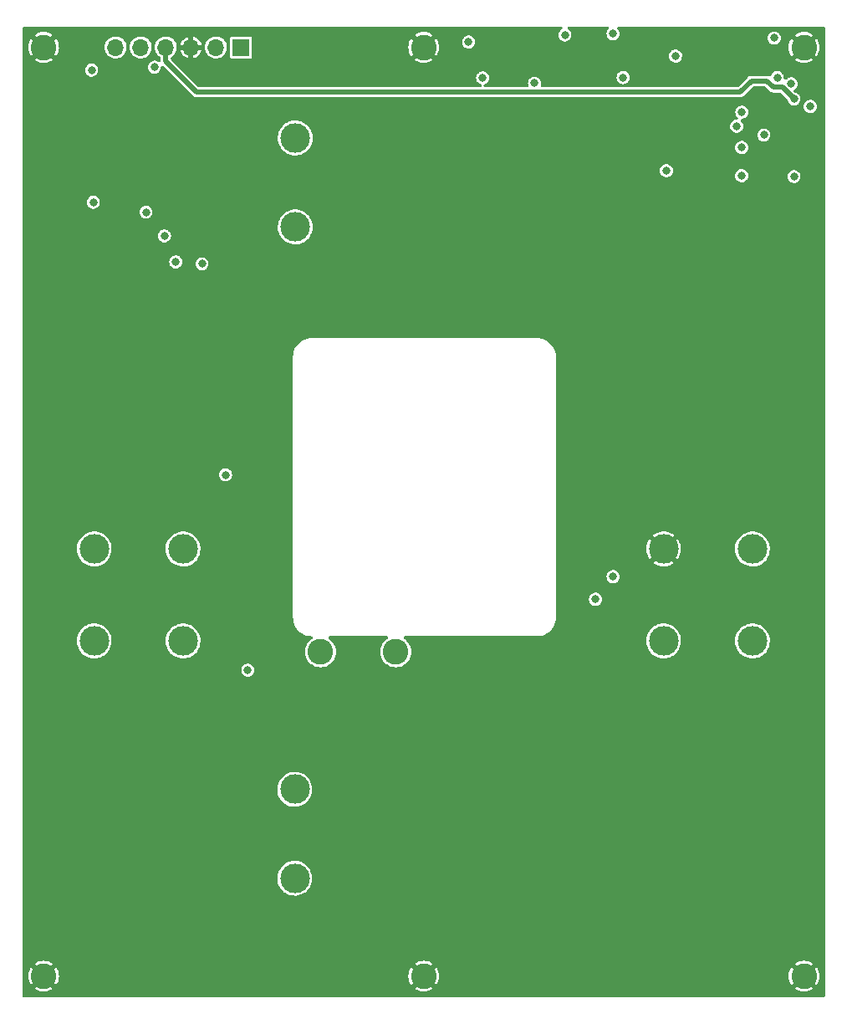
<source format=gbr>
%TF.GenerationSoftware,KiCad,Pcbnew,(6.0.5)*%
%TF.CreationDate,2022-08-19T15:51:03-07:00*%
%TF.ProjectId,X_Y_Panels,585f595f-5061-46e6-956c-732e6b696361,rev?*%
%TF.SameCoordinates,Original*%
%TF.FileFunction,Copper,L5,Inr*%
%TF.FilePolarity,Positive*%
%FSLAX46Y46*%
G04 Gerber Fmt 4.6, Leading zero omitted, Abs format (unit mm)*
G04 Created by KiCad (PCBNEW (6.0.5)) date 2022-08-19 15:51:03*
%MOMM*%
%LPD*%
G01*
G04 APERTURE LIST*
%TA.AperFunction,ComponentPad*%
%ADD10C,3.000000*%
%TD*%
%TA.AperFunction,ComponentPad*%
%ADD11C,2.600000*%
%TD*%
%TA.AperFunction,ComponentPad*%
%ADD12R,1.700000X1.700000*%
%TD*%
%TA.AperFunction,ComponentPad*%
%ADD13O,1.700000X1.700000*%
%TD*%
%TA.AperFunction,ViaPad*%
%ADD14C,0.800000*%
%TD*%
%TA.AperFunction,Conductor*%
%ADD15C,0.500000*%
%TD*%
G04 APERTURE END LIST*
D10*
%TO.N,Net-(D3-Pad2)*%
%TO.C,SC3*%
X129226000Y-129078000D03*
%TO.N,Net-(D4-Pad2)*%
X129226000Y-120078000D03*
%TD*%
D11*
%TO.N,GND*%
%TO.C,H30*%
X180792000Y-138997997D03*
%TD*%
D10*
%TO.N,Net-(D2-Pad2)*%
%TO.C,SC2*%
X108918000Y-105058000D03*
%TO.N,Net-(D3-Pad2)*%
X117918000Y-105058000D03*
%TD*%
D11*
%TO.N,GND*%
%TO.C,H29*%
X142292000Y-138997997D03*
%TD*%
D12*
%TO.N,VBATT*%
%TO.C,J6*%
X123792000Y-44997997D03*
D13*
%TO.N,+3V3*%
X121252000Y-44997997D03*
%TO.N,GND*%
X118712000Y-44997997D03*
%TO.N,SDA*%
X116172000Y-44997997D03*
%TO.N,SCL*%
X113632000Y-44997997D03*
%TO.N,VSOLAR*%
X111092000Y-44997997D03*
%TD*%
D10*
%TO.N,Net-(D1-Pad2)*%
%TO.C,SC1*%
X117918000Y-95752000D03*
%TO.N,Net-(D2-Pad2)*%
X108918000Y-95752000D03*
%TD*%
%TO.N,Net-(D5-Pad2)*%
%TO.C,SC5*%
X166576000Y-105058000D03*
%TO.N,Net-(D6-Pad2)*%
X175576000Y-105058000D03*
%TD*%
D11*
%TO.N,GND*%
%TO.C,H25*%
X103792000Y-44997997D03*
%TD*%
%TO.N,GND*%
%TO.C,H26*%
X142292000Y-44997997D03*
%TD*%
%TO.N,GND*%
%TO.C,H28*%
X103792000Y-138997997D03*
%TD*%
D10*
%TO.N,Net-(D4-Pad2)*%
%TO.C,SC4*%
X129276000Y-63158000D03*
%TO.N,Net-(D5-Pad2)*%
X129276000Y-54158000D03*
%TD*%
D11*
%TO.N,GND*%
%TO.C,H27*%
X180792000Y-44997997D03*
%TD*%
%TO.N,Coil_IN*%
%TO.C,TP5*%
X131838000Y-106167998D03*
%TO.N,Coil_OUT*%
X139458000Y-106167998D03*
%TD*%
D10*
%TO.N,Net-(D6-Pad2)*%
%TO.C,SC6*%
X175576000Y-95752000D03*
%TO.N,GND*%
X166576000Y-95752000D03*
%TD*%
D14*
%TO.N,GND*%
X114610000Y-51430000D03*
X109410000Y-51440000D03*
X112126000Y-58005000D03*
X112127500Y-51402500D03*
X156331000Y-47373000D03*
X169881000Y-47698000D03*
X177036000Y-50028000D03*
X113431000Y-60198000D03*
X177926000Y-53698000D03*
X171436000Y-52528000D03*
X109306000Y-55723000D03*
X105381000Y-56998000D03*
X168578000Y-55634000D03*
X171046000Y-57558000D03*
%TO.N,VBATT*%
X115006000Y-46998000D03*
X108656000Y-47298000D03*
%TO.N,+3V3*%
X108831000Y-60673000D03*
X162482000Y-48047000D03*
%TO.N,SDA*%
X179778000Y-50220000D03*
X179781000Y-58073000D03*
%TO.N,SCL*%
X156581000Y-43748000D03*
X148256000Y-48073000D03*
%TO.N,Net-(Q1-Pad2)*%
X153506000Y-48623000D03*
X161468500Y-43623000D03*
%TO.N,Net-(Q3-Pad3)*%
X177781000Y-44048000D03*
X179506000Y-48673000D03*
%TO.N,Net-(Q3-Pad6)*%
X174481000Y-57973000D03*
X174481000Y-55123000D03*
X178081000Y-48048000D03*
X174506000Y-51548000D03*
%TO.N,Coil_IN*%
X117181000Y-66698000D03*
%TO.N,Coil_OUT*%
X119831000Y-66898000D03*
%TO.N,Net-(D1-Pad2)*%
X161466000Y-98560000D03*
%TO.N,Net-(D4-Pad2)*%
X124476000Y-108018000D03*
X122216000Y-88266000D03*
%TO.N,VSOLAR*%
X159686000Y-100848000D03*
%TO.N,SCL_ISO*%
X146831000Y-44448000D03*
X167781000Y-45873000D03*
X166856000Y-57473000D03*
X114156000Y-61673000D03*
%TO.N,SDA_ISO*%
X176731000Y-53873000D03*
X181431000Y-50973000D03*
X116031000Y-64073000D03*
X173981000Y-52973000D03*
%TD*%
D15*
%TO.N,SDA*%
X116172000Y-46414000D02*
X119285511Y-49527511D01*
X116172000Y-44997997D02*
X116172000Y-46414000D01*
X177686000Y-49048000D02*
X178606000Y-49048000D01*
X119285511Y-49527511D02*
X174326489Y-49527511D01*
X175476000Y-48378000D02*
X177016000Y-48378000D01*
X178606000Y-49048000D02*
X179778000Y-50220000D01*
X174326489Y-49527511D02*
X175476000Y-48378000D01*
X177016000Y-48378000D02*
X177686000Y-49048000D01*
%TD*%
%TA.AperFunction,Conductor*%
%TO.N,GND*%
G36*
X156240752Y-42898709D02*
G01*
X156297715Y-42949175D01*
X156324702Y-43020332D01*
X156315529Y-43095879D01*
X156272298Y-43158510D01*
X156239787Y-43180787D01*
X156207017Y-43197701D01*
X156086548Y-43302793D01*
X155994624Y-43433588D01*
X155936552Y-43582534D01*
X155915685Y-43741033D01*
X155916736Y-43750553D01*
X155916736Y-43750556D01*
X155924901Y-43824507D01*
X155933228Y-43899933D01*
X155988168Y-44050063D01*
X155993511Y-44058015D01*
X155993512Y-44058016D01*
X156068707Y-44169917D01*
X156077333Y-44182754D01*
X156195575Y-44290346D01*
X156203991Y-44294915D01*
X156203993Y-44294917D01*
X156327645Y-44362055D01*
X156327647Y-44362056D01*
X156336068Y-44366628D01*
X156405573Y-44384862D01*
X156451982Y-44397037D01*
X156490702Y-44407195D01*
X156500281Y-44407345D01*
X156500285Y-44407346D01*
X156574405Y-44408510D01*
X156650548Y-44409706D01*
X156660853Y-44407346D01*
X156734035Y-44390585D01*
X156806380Y-44374016D01*
X156949200Y-44302185D01*
X157070763Y-44198360D01*
X157164052Y-44068535D01*
X157223680Y-43920206D01*
X157246205Y-43761934D01*
X157246351Y-43748000D01*
X157227145Y-43589292D01*
X157170636Y-43439746D01*
X157164849Y-43431325D01*
X157085514Y-43315891D01*
X157085513Y-43315890D01*
X157080087Y-43307995D01*
X157067175Y-43296491D01*
X156967880Y-43208022D01*
X156967876Y-43208019D01*
X156960725Y-43201648D01*
X156952259Y-43197165D01*
X156952254Y-43197162D01*
X156919869Y-43180015D01*
X156863089Y-43129343D01*
X156836362Y-43058089D01*
X156845809Y-42982575D01*
X156889267Y-42920102D01*
X156956781Y-42884980D01*
X156994271Y-42880497D01*
X160890709Y-42880497D01*
X160964600Y-42898709D01*
X161021563Y-42949175D01*
X161048550Y-43020332D01*
X161039377Y-43095879D01*
X160995234Y-43159311D01*
X160974048Y-43177793D01*
X160882124Y-43308588D01*
X160878642Y-43317520D01*
X160878641Y-43317521D01*
X160834065Y-43431852D01*
X160824052Y-43457534D01*
X160803185Y-43616033D01*
X160804236Y-43625553D01*
X160804236Y-43625556D01*
X160817832Y-43748706D01*
X160820728Y-43774933D01*
X160875668Y-43925063D01*
X160881011Y-43933015D01*
X160881012Y-43933016D01*
X160958279Y-44048000D01*
X160964833Y-44057754D01*
X161083075Y-44165346D01*
X161091491Y-44169915D01*
X161091493Y-44169917D01*
X161215145Y-44237055D01*
X161215147Y-44237056D01*
X161223568Y-44241628D01*
X161378202Y-44282195D01*
X161387781Y-44282345D01*
X161387785Y-44282346D01*
X161461905Y-44283510D01*
X161538048Y-44284706D01*
X161548353Y-44282346D01*
X161656487Y-44257580D01*
X161693880Y-44249016D01*
X161836700Y-44177185D01*
X161899755Y-44123331D01*
X161950970Y-44079589D01*
X161950971Y-44079588D01*
X161958263Y-44073360D01*
X161981492Y-44041033D01*
X177115685Y-44041033D01*
X177116736Y-44050553D01*
X177116736Y-44050556D01*
X177131192Y-44181493D01*
X177133228Y-44199933D01*
X177188168Y-44350063D01*
X177193511Y-44358015D01*
X177193512Y-44358016D01*
X177259846Y-44456730D01*
X177277333Y-44482754D01*
X177395575Y-44590346D01*
X177403991Y-44594915D01*
X177403993Y-44594917D01*
X177527645Y-44662055D01*
X177527647Y-44662056D01*
X177536068Y-44666628D01*
X177690702Y-44707195D01*
X177700281Y-44707345D01*
X177700285Y-44707346D01*
X177774405Y-44708510D01*
X177850548Y-44709706D01*
X177860853Y-44707346D01*
X177885828Y-44701626D01*
X178006380Y-44674016D01*
X178149200Y-44602185D01*
X178270763Y-44498360D01*
X178364052Y-44368535D01*
X178423680Y-44220206D01*
X178446205Y-44061934D01*
X178446351Y-44048000D01*
X178427145Y-43889292D01*
X178370636Y-43739746D01*
X178365976Y-43732966D01*
X179889647Y-43732966D01*
X179889972Y-43734682D01*
X179894700Y-43741487D01*
X180778349Y-44625136D01*
X180792315Y-44633579D01*
X180801212Y-44629575D01*
X181685693Y-43745094D01*
X181694136Y-43731128D01*
X181693420Y-43729537D01*
X181687230Y-43724020D01*
X181505006Y-43612354D01*
X181493917Y-43606704D01*
X181279467Y-43517875D01*
X181267624Y-43514027D01*
X181041930Y-43459842D01*
X181029619Y-43457893D01*
X180798226Y-43439682D01*
X180785774Y-43439682D01*
X180554381Y-43457893D01*
X180542070Y-43459842D01*
X180316376Y-43514027D01*
X180304533Y-43517875D01*
X180090083Y-43606704D01*
X180078994Y-43612354D01*
X179901117Y-43721356D01*
X179889647Y-43732966D01*
X178365976Y-43732966D01*
X178296400Y-43631730D01*
X178285514Y-43615891D01*
X178285513Y-43615890D01*
X178280087Y-43607995D01*
X178267175Y-43596491D01*
X178167880Y-43508022D01*
X178167876Y-43508019D01*
X178160725Y-43501648D01*
X178019440Y-43426841D01*
X177864391Y-43387895D01*
X177784458Y-43387476D01*
X177714107Y-43387108D01*
X177714106Y-43387108D01*
X177704526Y-43387058D01*
X177656131Y-43398677D01*
X177558397Y-43422140D01*
X177558393Y-43422141D01*
X177549077Y-43424378D01*
X177540562Y-43428773D01*
X177540559Y-43428774D01*
X177415530Y-43493307D01*
X177407017Y-43497701D01*
X177399798Y-43503999D01*
X177399796Y-43504000D01*
X177293772Y-43596491D01*
X177286548Y-43602793D01*
X177194624Y-43733588D01*
X177191142Y-43742520D01*
X177191141Y-43742521D01*
X177172540Y-43790229D01*
X177136552Y-43882534D01*
X177115685Y-44041033D01*
X161981492Y-44041033D01*
X162051552Y-43943535D01*
X162111180Y-43795206D01*
X162133705Y-43636934D01*
X162133851Y-43623000D01*
X162114645Y-43464292D01*
X162058136Y-43314746D01*
X161984788Y-43208022D01*
X161973014Y-43190891D01*
X161973013Y-43190890D01*
X161967587Y-43182995D01*
X161939772Y-43158213D01*
X161896717Y-43095461D01*
X161887757Y-43019888D01*
X161914943Y-42948807D01*
X161972049Y-42898502D01*
X162045543Y-42880497D01*
X182750500Y-42880497D01*
X182824391Y-42898709D01*
X182881354Y-42949175D01*
X182908341Y-43020332D01*
X182909500Y-43039497D01*
X182909500Y-140956497D01*
X182891288Y-141030388D01*
X182840822Y-141087351D01*
X182769665Y-141114338D01*
X182750500Y-141115497D01*
X101833606Y-141115497D01*
X101759715Y-141097285D01*
X101702752Y-141046819D01*
X101675765Y-140975662D01*
X101674606Y-140956466D01*
X101674685Y-140556312D01*
X101674742Y-140264866D01*
X102889864Y-140264866D01*
X102890580Y-140266457D01*
X102896770Y-140271974D01*
X103078994Y-140383640D01*
X103090083Y-140389290D01*
X103304533Y-140478119D01*
X103316376Y-140481967D01*
X103542070Y-140536152D01*
X103554381Y-140538101D01*
X103785774Y-140556312D01*
X103798226Y-140556312D01*
X104029619Y-140538101D01*
X104041930Y-140536152D01*
X104267624Y-140481967D01*
X104279467Y-140478119D01*
X104493917Y-140389290D01*
X104505006Y-140383640D01*
X104682883Y-140274638D01*
X104692537Y-140264866D01*
X141389864Y-140264866D01*
X141390580Y-140266457D01*
X141396770Y-140271974D01*
X141578994Y-140383640D01*
X141590083Y-140389290D01*
X141804533Y-140478119D01*
X141816376Y-140481967D01*
X142042070Y-140536152D01*
X142054381Y-140538101D01*
X142285774Y-140556312D01*
X142298226Y-140556312D01*
X142529619Y-140538101D01*
X142541930Y-140536152D01*
X142767624Y-140481967D01*
X142779467Y-140478119D01*
X142993917Y-140389290D01*
X143005006Y-140383640D01*
X143182883Y-140274638D01*
X143192537Y-140264866D01*
X179889864Y-140264866D01*
X179890580Y-140266457D01*
X179896770Y-140271974D01*
X180078994Y-140383640D01*
X180090083Y-140389290D01*
X180304533Y-140478119D01*
X180316376Y-140481967D01*
X180542070Y-140536152D01*
X180554381Y-140538101D01*
X180785774Y-140556312D01*
X180798226Y-140556312D01*
X181029619Y-140538101D01*
X181041930Y-140536152D01*
X181267624Y-140481967D01*
X181279467Y-140478119D01*
X181493917Y-140389290D01*
X181505006Y-140383640D01*
X181682883Y-140274638D01*
X181694353Y-140263028D01*
X181694028Y-140261312D01*
X181689300Y-140254507D01*
X180805651Y-139370858D01*
X180791685Y-139362415D01*
X180782788Y-139366419D01*
X179898307Y-140250900D01*
X179889864Y-140264866D01*
X143192537Y-140264866D01*
X143194353Y-140263028D01*
X143194028Y-140261312D01*
X143189300Y-140254507D01*
X142305651Y-139370858D01*
X142291685Y-139362415D01*
X142282788Y-139366419D01*
X141398307Y-140250900D01*
X141389864Y-140264866D01*
X104692537Y-140264866D01*
X104694353Y-140263028D01*
X104694028Y-140261312D01*
X104689300Y-140254507D01*
X103805651Y-139370858D01*
X103791685Y-139362415D01*
X103782788Y-139366419D01*
X102898307Y-140250900D01*
X102889864Y-140264866D01*
X101674742Y-140264866D01*
X101674989Y-139004223D01*
X102233685Y-139004223D01*
X102251896Y-139235616D01*
X102253845Y-139247927D01*
X102308030Y-139473621D01*
X102311878Y-139485464D01*
X102400707Y-139699914D01*
X102406357Y-139711003D01*
X102515359Y-139888880D01*
X102526969Y-139900350D01*
X102528685Y-139900025D01*
X102535490Y-139895297D01*
X103419139Y-139011648D01*
X103427201Y-138998312D01*
X104156418Y-138998312D01*
X104160422Y-139007209D01*
X105044903Y-139891690D01*
X105058869Y-139900133D01*
X105060460Y-139899417D01*
X105065977Y-139893227D01*
X105177643Y-139711003D01*
X105183293Y-139699914D01*
X105272122Y-139485464D01*
X105275970Y-139473621D01*
X105330155Y-139247927D01*
X105332104Y-139235616D01*
X105350315Y-139004223D01*
X140733685Y-139004223D01*
X140751896Y-139235616D01*
X140753845Y-139247927D01*
X140808030Y-139473621D01*
X140811878Y-139485464D01*
X140900707Y-139699914D01*
X140906357Y-139711003D01*
X141015359Y-139888880D01*
X141026969Y-139900350D01*
X141028685Y-139900025D01*
X141035490Y-139895297D01*
X141919139Y-139011648D01*
X141927201Y-138998312D01*
X142656418Y-138998312D01*
X142660422Y-139007209D01*
X143544903Y-139891690D01*
X143558869Y-139900133D01*
X143560460Y-139899417D01*
X143565977Y-139893227D01*
X143677643Y-139711003D01*
X143683293Y-139699914D01*
X143772122Y-139485464D01*
X143775970Y-139473621D01*
X143830155Y-139247927D01*
X143832104Y-139235616D01*
X143850315Y-139004223D01*
X179233685Y-139004223D01*
X179251896Y-139235616D01*
X179253845Y-139247927D01*
X179308030Y-139473621D01*
X179311878Y-139485464D01*
X179400707Y-139699914D01*
X179406357Y-139711003D01*
X179515359Y-139888880D01*
X179526969Y-139900350D01*
X179528685Y-139900025D01*
X179535490Y-139895297D01*
X180419139Y-139011648D01*
X180427201Y-138998312D01*
X181156418Y-138998312D01*
X181160422Y-139007209D01*
X182044903Y-139891690D01*
X182058869Y-139900133D01*
X182060460Y-139899417D01*
X182065977Y-139893227D01*
X182177643Y-139711003D01*
X182183293Y-139699914D01*
X182272122Y-139485464D01*
X182275970Y-139473621D01*
X182330155Y-139247927D01*
X182332104Y-139235616D01*
X182350315Y-139004223D01*
X182350315Y-138991771D01*
X182332104Y-138760378D01*
X182330155Y-138748067D01*
X182275970Y-138522373D01*
X182272122Y-138510530D01*
X182183293Y-138296080D01*
X182177643Y-138284991D01*
X182068641Y-138107114D01*
X182057031Y-138095644D01*
X182055315Y-138095969D01*
X182048510Y-138100697D01*
X181164861Y-138984346D01*
X181156418Y-138998312D01*
X180427201Y-138998312D01*
X180427582Y-138997682D01*
X180423578Y-138988785D01*
X179539097Y-138104304D01*
X179525131Y-138095861D01*
X179523540Y-138096577D01*
X179518023Y-138102767D01*
X179406357Y-138284991D01*
X179400707Y-138296080D01*
X179311878Y-138510530D01*
X179308030Y-138522373D01*
X179253845Y-138748067D01*
X179251896Y-138760378D01*
X179233685Y-138991771D01*
X179233685Y-139004223D01*
X143850315Y-139004223D01*
X143850315Y-138991771D01*
X143832104Y-138760378D01*
X143830155Y-138748067D01*
X143775970Y-138522373D01*
X143772122Y-138510530D01*
X143683293Y-138296080D01*
X143677643Y-138284991D01*
X143568641Y-138107114D01*
X143557031Y-138095644D01*
X143555315Y-138095969D01*
X143548510Y-138100697D01*
X142664861Y-138984346D01*
X142656418Y-138998312D01*
X141927201Y-138998312D01*
X141927582Y-138997682D01*
X141923578Y-138988785D01*
X141039097Y-138104304D01*
X141025131Y-138095861D01*
X141023540Y-138096577D01*
X141018023Y-138102767D01*
X140906357Y-138284991D01*
X140900707Y-138296080D01*
X140811878Y-138510530D01*
X140808030Y-138522373D01*
X140753845Y-138748067D01*
X140751896Y-138760378D01*
X140733685Y-138991771D01*
X140733685Y-139004223D01*
X105350315Y-139004223D01*
X105350315Y-138991771D01*
X105332104Y-138760378D01*
X105330155Y-138748067D01*
X105275970Y-138522373D01*
X105272122Y-138510530D01*
X105183293Y-138296080D01*
X105177643Y-138284991D01*
X105068641Y-138107114D01*
X105057031Y-138095644D01*
X105055315Y-138095969D01*
X105048510Y-138100697D01*
X104164861Y-138984346D01*
X104156418Y-138998312D01*
X103427201Y-138998312D01*
X103427582Y-138997682D01*
X103423578Y-138988785D01*
X102539097Y-138104304D01*
X102525131Y-138095861D01*
X102523540Y-138096577D01*
X102518023Y-138102767D01*
X102406357Y-138284991D01*
X102400707Y-138296080D01*
X102311878Y-138510530D01*
X102308030Y-138522373D01*
X102253845Y-138748067D01*
X102251896Y-138760378D01*
X102233685Y-138991771D01*
X102233685Y-139004223D01*
X101674989Y-139004223D01*
X101675238Y-137732966D01*
X102889647Y-137732966D01*
X102889972Y-137734682D01*
X102894700Y-137741487D01*
X103778349Y-138625136D01*
X103792315Y-138633579D01*
X103801212Y-138629575D01*
X104685693Y-137745094D01*
X104693025Y-137732966D01*
X141389647Y-137732966D01*
X141389972Y-137734682D01*
X141394700Y-137741487D01*
X142278349Y-138625136D01*
X142292315Y-138633579D01*
X142301212Y-138629575D01*
X143185693Y-137745094D01*
X143193025Y-137732966D01*
X179889647Y-137732966D01*
X179889972Y-137734682D01*
X179894700Y-137741487D01*
X180778349Y-138625136D01*
X180792315Y-138633579D01*
X180801212Y-138629575D01*
X181685693Y-137745094D01*
X181694136Y-137731128D01*
X181693420Y-137729537D01*
X181687230Y-137724020D01*
X181505006Y-137612354D01*
X181493917Y-137606704D01*
X181279467Y-137517875D01*
X181267624Y-137514027D01*
X181041930Y-137459842D01*
X181029619Y-137457893D01*
X180798226Y-137439682D01*
X180785774Y-137439682D01*
X180554381Y-137457893D01*
X180542070Y-137459842D01*
X180316376Y-137514027D01*
X180304533Y-137517875D01*
X180090083Y-137606704D01*
X180078994Y-137612354D01*
X179901117Y-137721356D01*
X179889647Y-137732966D01*
X143193025Y-137732966D01*
X143194136Y-137731128D01*
X143193420Y-137729537D01*
X143187230Y-137724020D01*
X143005006Y-137612354D01*
X142993917Y-137606704D01*
X142779467Y-137517875D01*
X142767624Y-137514027D01*
X142541930Y-137459842D01*
X142529619Y-137457893D01*
X142298226Y-137439682D01*
X142285774Y-137439682D01*
X142054381Y-137457893D01*
X142042070Y-137459842D01*
X141816376Y-137514027D01*
X141804533Y-137517875D01*
X141590083Y-137606704D01*
X141578994Y-137612354D01*
X141401117Y-137721356D01*
X141389647Y-137732966D01*
X104693025Y-137732966D01*
X104694136Y-137731128D01*
X104693420Y-137729537D01*
X104687230Y-137724020D01*
X104505006Y-137612354D01*
X104493917Y-137606704D01*
X104279467Y-137517875D01*
X104267624Y-137514027D01*
X104041930Y-137459842D01*
X104029619Y-137457893D01*
X103798226Y-137439682D01*
X103785774Y-137439682D01*
X103554381Y-137457893D01*
X103542070Y-137459842D01*
X103316376Y-137514027D01*
X103304533Y-137517875D01*
X103090083Y-137606704D01*
X103078994Y-137612354D01*
X102901117Y-137721356D01*
X102889647Y-137732966D01*
X101675238Y-137732966D01*
X101676942Y-129031786D01*
X127461168Y-129031786D01*
X127473722Y-129293153D01*
X127524771Y-129549793D01*
X127613193Y-129796068D01*
X127737046Y-130026569D01*
X127893608Y-130236231D01*
X127897794Y-130240380D01*
X127897796Y-130240383D01*
X128075256Y-130416302D01*
X128075261Y-130416306D01*
X128079440Y-130420449D01*
X128191281Y-130502454D01*
X128285702Y-130571686D01*
X128285706Y-130571688D01*
X128290461Y-130575175D01*
X128295677Y-130577919D01*
X128295683Y-130577923D01*
X128516814Y-130694266D01*
X128516818Y-130694268D01*
X128522034Y-130697012D01*
X128769071Y-130783281D01*
X129026147Y-130832089D01*
X129032049Y-130832321D01*
X129032050Y-130832321D01*
X129074600Y-130833993D01*
X129287613Y-130842362D01*
X129547725Y-130813875D01*
X129553425Y-130812374D01*
X129553432Y-130812373D01*
X129795066Y-130748755D01*
X129795069Y-130748754D01*
X129800770Y-130747253D01*
X130041188Y-130643962D01*
X130046203Y-130640858D01*
X130046208Y-130640856D01*
X130171981Y-130563025D01*
X130263698Y-130506269D01*
X130268201Y-130502457D01*
X130268205Y-130502454D01*
X130458912Y-130341008D01*
X130458914Y-130341006D01*
X130463411Y-130337199D01*
X130635941Y-130140467D01*
X130777496Y-129920394D01*
X130884968Y-129681815D01*
X130955995Y-129429972D01*
X130989018Y-129170396D01*
X130991437Y-129078000D01*
X130972045Y-128817052D01*
X130961723Y-128771435D01*
X130915600Y-128567597D01*
X130915598Y-128567592D01*
X130914296Y-128561836D01*
X130819457Y-128317960D01*
X130795766Y-128276508D01*
X130692545Y-128095908D01*
X130692544Y-128095907D01*
X130689614Y-128090780D01*
X130527617Y-127885288D01*
X130337026Y-127705998D01*
X130122027Y-127556848D01*
X130014174Y-127503661D01*
X129892631Y-127443722D01*
X129892628Y-127443721D01*
X129887344Y-127441115D01*
X129881732Y-127439318D01*
X129881728Y-127439317D01*
X129643747Y-127363139D01*
X129643746Y-127363139D01*
X129638133Y-127361342D01*
X129585628Y-127352791D01*
X129385697Y-127320230D01*
X129385693Y-127320230D01*
X129379868Y-127319281D01*
X129249046Y-127317569D01*
X129124129Y-127315933D01*
X129124125Y-127315933D01*
X129118223Y-127315856D01*
X129020756Y-127329121D01*
X128864785Y-127350347D01*
X128864782Y-127350348D01*
X128858945Y-127351142D01*
X128853292Y-127352790D01*
X128853286Y-127352791D01*
X128733338Y-127387753D01*
X128607731Y-127424364D01*
X128602383Y-127426830D01*
X128602379Y-127426831D01*
X128375458Y-127531443D01*
X128375453Y-127531446D01*
X128370099Y-127533914D01*
X128365166Y-127537148D01*
X128365161Y-127537151D01*
X128156204Y-127674150D01*
X128151270Y-127677385D01*
X127956051Y-127851624D01*
X127788730Y-128052806D01*
X127652984Y-128276508D01*
X127551794Y-128517819D01*
X127487384Y-128771435D01*
X127461168Y-129031786D01*
X101676942Y-129031786D01*
X101678352Y-121832089D01*
X101678488Y-121139322D01*
X101678491Y-121139174D01*
X101678500Y-121139070D01*
X101678500Y-121076929D01*
X101678506Y-121046298D01*
X101678500Y-121046262D01*
X101678500Y-120031786D01*
X127461168Y-120031786D01*
X127473722Y-120293153D01*
X127524771Y-120549793D01*
X127613193Y-120796068D01*
X127737046Y-121026569D01*
X127893608Y-121236231D01*
X127897794Y-121240380D01*
X127897796Y-121240383D01*
X128075256Y-121416302D01*
X128075261Y-121416306D01*
X128079440Y-121420449D01*
X128191281Y-121502454D01*
X128285702Y-121571686D01*
X128285706Y-121571688D01*
X128290461Y-121575175D01*
X128295677Y-121577919D01*
X128295683Y-121577923D01*
X128516814Y-121694266D01*
X128516818Y-121694268D01*
X128522034Y-121697012D01*
X128769071Y-121783281D01*
X129026147Y-121832089D01*
X129032049Y-121832321D01*
X129032050Y-121832321D01*
X129074600Y-121833993D01*
X129287613Y-121842362D01*
X129547725Y-121813875D01*
X129553425Y-121812374D01*
X129553432Y-121812373D01*
X129795066Y-121748755D01*
X129795069Y-121748754D01*
X129800770Y-121747253D01*
X130041188Y-121643962D01*
X130046203Y-121640858D01*
X130046208Y-121640856D01*
X130171981Y-121563025D01*
X130263698Y-121506269D01*
X130268201Y-121502457D01*
X130268205Y-121502454D01*
X130458912Y-121341008D01*
X130458914Y-121341006D01*
X130463411Y-121337199D01*
X130635941Y-121140467D01*
X130777496Y-120920394D01*
X130884968Y-120681815D01*
X130955995Y-120429972D01*
X130989018Y-120170396D01*
X130991437Y-120078000D01*
X130972045Y-119817052D01*
X130961723Y-119771435D01*
X130915600Y-119567597D01*
X130915598Y-119567592D01*
X130914296Y-119561836D01*
X130819457Y-119317960D01*
X130795766Y-119276508D01*
X130692545Y-119095908D01*
X130692544Y-119095907D01*
X130689614Y-119090780D01*
X130527617Y-118885288D01*
X130337026Y-118705998D01*
X130122027Y-118556848D01*
X130014174Y-118503661D01*
X129892631Y-118443722D01*
X129892628Y-118443721D01*
X129887344Y-118441115D01*
X129881732Y-118439318D01*
X129881728Y-118439317D01*
X129643747Y-118363139D01*
X129643746Y-118363139D01*
X129638133Y-118361342D01*
X129585628Y-118352791D01*
X129385697Y-118320230D01*
X129385693Y-118320230D01*
X129379868Y-118319281D01*
X129249045Y-118317568D01*
X129124129Y-118315933D01*
X129124125Y-118315933D01*
X129118223Y-118315856D01*
X129020756Y-118329121D01*
X128864785Y-118350347D01*
X128864782Y-118350348D01*
X128858945Y-118351142D01*
X128853292Y-118352790D01*
X128853286Y-118352791D01*
X128733338Y-118387753D01*
X128607731Y-118424364D01*
X128602383Y-118426830D01*
X128602379Y-118426831D01*
X128375458Y-118531443D01*
X128375453Y-118531446D01*
X128370099Y-118533914D01*
X128365166Y-118537148D01*
X128365161Y-118537151D01*
X128156204Y-118674150D01*
X128151270Y-118677385D01*
X127956051Y-118851624D01*
X127788730Y-119052806D01*
X127652984Y-119276508D01*
X127551794Y-119517819D01*
X127487384Y-119771435D01*
X127461168Y-120031786D01*
X101678500Y-120031786D01*
X101678500Y-108011033D01*
X123810685Y-108011033D01*
X123811736Y-108020553D01*
X123811736Y-108020556D01*
X123813561Y-108037083D01*
X123828228Y-108169933D01*
X123883168Y-108320063D01*
X123888511Y-108328015D01*
X123888512Y-108328016D01*
X123895581Y-108338535D01*
X123972333Y-108452754D01*
X124090575Y-108560346D01*
X124098991Y-108564915D01*
X124098993Y-108564917D01*
X124222645Y-108632055D01*
X124222647Y-108632056D01*
X124231068Y-108636628D01*
X124385702Y-108677195D01*
X124395281Y-108677345D01*
X124395285Y-108677346D01*
X124469405Y-108678510D01*
X124545548Y-108679706D01*
X124555853Y-108677346D01*
X124580828Y-108671626D01*
X124701380Y-108644016D01*
X124844200Y-108572185D01*
X124965763Y-108468360D01*
X125059052Y-108338535D01*
X125118680Y-108190206D01*
X125141205Y-108031934D01*
X125141351Y-108018000D01*
X125122145Y-107859292D01*
X125065636Y-107709746D01*
X125029187Y-107656711D01*
X124980514Y-107585891D01*
X124980513Y-107585890D01*
X124975087Y-107577995D01*
X124954274Y-107559451D01*
X124862880Y-107478022D01*
X124862876Y-107478019D01*
X124855725Y-107471648D01*
X124714440Y-107396841D01*
X124559391Y-107357895D01*
X124479458Y-107357476D01*
X124409107Y-107357108D01*
X124409106Y-107357108D01*
X124399526Y-107357058D01*
X124351131Y-107368677D01*
X124253397Y-107392140D01*
X124253393Y-107392141D01*
X124244077Y-107394378D01*
X124235562Y-107398773D01*
X124235559Y-107398774D01*
X124110530Y-107463307D01*
X124102017Y-107467701D01*
X123981548Y-107572793D01*
X123889624Y-107703588D01*
X123886142Y-107712520D01*
X123886141Y-107712521D01*
X123883730Y-107718706D01*
X123831552Y-107852534D01*
X123810685Y-108011033D01*
X101678500Y-108011033D01*
X101678500Y-105011786D01*
X107153168Y-105011786D01*
X107165722Y-105273153D01*
X107216771Y-105529793D01*
X107305193Y-105776068D01*
X107307985Y-105781264D01*
X107387555Y-105929350D01*
X107429046Y-106006569D01*
X107585608Y-106216231D01*
X107589794Y-106220380D01*
X107589796Y-106220383D01*
X107767256Y-106396302D01*
X107767261Y-106396306D01*
X107771440Y-106400449D01*
X107883281Y-106482454D01*
X107977702Y-106551686D01*
X107977706Y-106551688D01*
X107982461Y-106555175D01*
X107987677Y-106557919D01*
X107987683Y-106557923D01*
X108208814Y-106674266D01*
X108208818Y-106674268D01*
X108214034Y-106677012D01*
X108461071Y-106763281D01*
X108718147Y-106812089D01*
X108724049Y-106812321D01*
X108724050Y-106812321D01*
X108766600Y-106813993D01*
X108979613Y-106822362D01*
X109239725Y-106793875D01*
X109245425Y-106792374D01*
X109245432Y-106792373D01*
X109487066Y-106728755D01*
X109487069Y-106728754D01*
X109492770Y-106727253D01*
X109733188Y-106623962D01*
X109738203Y-106620858D01*
X109738208Y-106620856D01*
X109863981Y-106543025D01*
X109955698Y-106486269D01*
X109960201Y-106482457D01*
X109960205Y-106482454D01*
X110150912Y-106321008D01*
X110150914Y-106321006D01*
X110155411Y-106317199D01*
X110327941Y-106120467D01*
X110469496Y-105900394D01*
X110576968Y-105661815D01*
X110647995Y-105409972D01*
X110681018Y-105150396D01*
X110683437Y-105058000D01*
X110680003Y-105011786D01*
X116153168Y-105011786D01*
X116165722Y-105273153D01*
X116216771Y-105529793D01*
X116305193Y-105776068D01*
X116307985Y-105781264D01*
X116387555Y-105929350D01*
X116429046Y-106006569D01*
X116585608Y-106216231D01*
X116589794Y-106220380D01*
X116589796Y-106220383D01*
X116767256Y-106396302D01*
X116767261Y-106396306D01*
X116771440Y-106400449D01*
X116883281Y-106482454D01*
X116977702Y-106551686D01*
X116977706Y-106551688D01*
X116982461Y-106555175D01*
X116987677Y-106557919D01*
X116987683Y-106557923D01*
X117208814Y-106674266D01*
X117208818Y-106674268D01*
X117214034Y-106677012D01*
X117461071Y-106763281D01*
X117718147Y-106812089D01*
X117724049Y-106812321D01*
X117724050Y-106812321D01*
X117766600Y-106813993D01*
X117979613Y-106822362D01*
X118239725Y-106793875D01*
X118245425Y-106792374D01*
X118245432Y-106792373D01*
X118487066Y-106728755D01*
X118487069Y-106728754D01*
X118492770Y-106727253D01*
X118733188Y-106623962D01*
X118738203Y-106620858D01*
X118738208Y-106620856D01*
X118863981Y-106543025D01*
X118955698Y-106486269D01*
X118960201Y-106482457D01*
X118960205Y-106482454D01*
X119150912Y-106321008D01*
X119150914Y-106321006D01*
X119155411Y-106317199D01*
X119327941Y-106120467D01*
X119469496Y-105900394D01*
X119576968Y-105661815D01*
X119647995Y-105409972D01*
X119681018Y-105150396D01*
X119683437Y-105058000D01*
X119664045Y-104797052D01*
X119662742Y-104791293D01*
X119607600Y-104547597D01*
X119607598Y-104547592D01*
X119606296Y-104541836D01*
X119511457Y-104297960D01*
X119487766Y-104256508D01*
X119384545Y-104075908D01*
X119384544Y-104075907D01*
X119381614Y-104070780D01*
X119219617Y-103865288D01*
X119029026Y-103685998D01*
X118814027Y-103536848D01*
X118706174Y-103483661D01*
X118584631Y-103423722D01*
X118584628Y-103423721D01*
X118579344Y-103421115D01*
X118573732Y-103419318D01*
X118573728Y-103419317D01*
X118335747Y-103343139D01*
X118335746Y-103343139D01*
X118330133Y-103341342D01*
X118277628Y-103332791D01*
X118077697Y-103300230D01*
X118077693Y-103300230D01*
X118071868Y-103299281D01*
X117941045Y-103297568D01*
X117816129Y-103295933D01*
X117816125Y-103295933D01*
X117810223Y-103295856D01*
X117712756Y-103309121D01*
X117556785Y-103330347D01*
X117556782Y-103330348D01*
X117550945Y-103331142D01*
X117545292Y-103332790D01*
X117545286Y-103332791D01*
X117425338Y-103367753D01*
X117299731Y-103404364D01*
X117294383Y-103406830D01*
X117294379Y-103406831D01*
X117067458Y-103511443D01*
X117067453Y-103511446D01*
X117062099Y-103513914D01*
X117057166Y-103517148D01*
X117057161Y-103517151D01*
X116848204Y-103654150D01*
X116843270Y-103657385D01*
X116648051Y-103831624D01*
X116644281Y-103836157D01*
X116644278Y-103836160D01*
X116623416Y-103861244D01*
X116480730Y-104032806D01*
X116344984Y-104256508D01*
X116243794Y-104497819D01*
X116242343Y-104503531D01*
X116242343Y-104503532D01*
X116227901Y-104560399D01*
X116179384Y-104751435D01*
X116153168Y-105011786D01*
X110680003Y-105011786D01*
X110664045Y-104797052D01*
X110662742Y-104791293D01*
X110607600Y-104547597D01*
X110607598Y-104547592D01*
X110606296Y-104541836D01*
X110511457Y-104297960D01*
X110487766Y-104256508D01*
X110384545Y-104075908D01*
X110384544Y-104075907D01*
X110381614Y-104070780D01*
X110219617Y-103865288D01*
X110029026Y-103685998D01*
X109814027Y-103536848D01*
X109706174Y-103483661D01*
X109584631Y-103423722D01*
X109584628Y-103423721D01*
X109579344Y-103421115D01*
X109573732Y-103419318D01*
X109573728Y-103419317D01*
X109335747Y-103343139D01*
X109335746Y-103343139D01*
X109330133Y-103341342D01*
X109277628Y-103332791D01*
X109077697Y-103300230D01*
X109077693Y-103300230D01*
X109071868Y-103299281D01*
X108941045Y-103297568D01*
X108816129Y-103295933D01*
X108816125Y-103295933D01*
X108810223Y-103295856D01*
X108712756Y-103309121D01*
X108556785Y-103330347D01*
X108556782Y-103330348D01*
X108550945Y-103331142D01*
X108545292Y-103332790D01*
X108545286Y-103332791D01*
X108425338Y-103367753D01*
X108299731Y-103404364D01*
X108294383Y-103406830D01*
X108294379Y-103406831D01*
X108067458Y-103511443D01*
X108067453Y-103511446D01*
X108062099Y-103513914D01*
X108057166Y-103517148D01*
X108057161Y-103517151D01*
X107848204Y-103654150D01*
X107843270Y-103657385D01*
X107648051Y-103831624D01*
X107644281Y-103836157D01*
X107644278Y-103836160D01*
X107623416Y-103861244D01*
X107480730Y-104032806D01*
X107344984Y-104256508D01*
X107243794Y-104497819D01*
X107242343Y-104503531D01*
X107242343Y-104503532D01*
X107227901Y-104560399D01*
X107179384Y-104751435D01*
X107153168Y-105011786D01*
X101678500Y-105011786D01*
X101678500Y-102689996D01*
X129046732Y-102689996D01*
X129047981Y-102697880D01*
X129048667Y-102708348D01*
X129060183Y-102884050D01*
X129063603Y-102936239D01*
X129111745Y-103178268D01*
X129113415Y-103183189D01*
X129113416Y-103183191D01*
X129187935Y-103402715D01*
X129191067Y-103411943D01*
X129193367Y-103416607D01*
X129242950Y-103517151D01*
X129300211Y-103633266D01*
X129437309Y-103838449D01*
X129440739Y-103842361D01*
X129440742Y-103842364D01*
X129596585Y-104020069D01*
X129600016Y-104023981D01*
X129785548Y-104186689D01*
X129990731Y-104323787D01*
X130212053Y-104432932D01*
X130216967Y-104434600D01*
X130216974Y-104434603D01*
X130440805Y-104510583D01*
X130445728Y-104512254D01*
X130687757Y-104560396D01*
X130692934Y-104560735D01*
X130692939Y-104560736D01*
X130864186Y-104571960D01*
X130899312Y-104574262D01*
X130971854Y-104597269D01*
X131025395Y-104651351D01*
X131047669Y-104724121D01*
X131033575Y-104798907D01*
X130986340Y-104858576D01*
X130971990Y-104868492D01*
X130923249Y-104898360D01*
X130923245Y-104898363D01*
X130917925Y-104901623D01*
X130731148Y-105061146D01*
X130571625Y-105247923D01*
X130568365Y-105253243D01*
X130568362Y-105253247D01*
X130475906Y-105404122D01*
X130443285Y-105457355D01*
X130349287Y-105684286D01*
X130347828Y-105690362D01*
X130347827Y-105690366D01*
X130296214Y-105905352D01*
X130291947Y-105923127D01*
X130272675Y-106167998D01*
X130273165Y-106174224D01*
X130291244Y-106403932D01*
X130291947Y-106412869D01*
X130293403Y-106418936D01*
X130293404Y-106418939D01*
X130343185Y-106626292D01*
X130349287Y-106651710D01*
X130443285Y-106878641D01*
X130571625Y-107088073D01*
X130731148Y-107274850D01*
X130917925Y-107434373D01*
X130923245Y-107437633D01*
X130923249Y-107437636D01*
X131097395Y-107544352D01*
X131127357Y-107562713D01*
X131354288Y-107656711D01*
X131360364Y-107658170D01*
X131360368Y-107658171D01*
X131587059Y-107712594D01*
X131587062Y-107712595D01*
X131593129Y-107714051D01*
X131599349Y-107714541D01*
X131599352Y-107714541D01*
X131831774Y-107732833D01*
X131838000Y-107733323D01*
X131844226Y-107732833D01*
X132076648Y-107714541D01*
X132076651Y-107714541D01*
X132082871Y-107714051D01*
X132088938Y-107712595D01*
X132088941Y-107712594D01*
X132315632Y-107658171D01*
X132315636Y-107658170D01*
X132321712Y-107656711D01*
X132548643Y-107562713D01*
X132578605Y-107544352D01*
X132752751Y-107437636D01*
X132752755Y-107437633D01*
X132758075Y-107434373D01*
X132944852Y-107274850D01*
X133104375Y-107088073D01*
X133232715Y-106878641D01*
X133326713Y-106651710D01*
X133332816Y-106626292D01*
X133382596Y-106418939D01*
X133382597Y-106418936D01*
X133384053Y-106412869D01*
X133384757Y-106403932D01*
X133402835Y-106174224D01*
X133403325Y-106167998D01*
X133384053Y-105923127D01*
X133379786Y-105905352D01*
X133328173Y-105690366D01*
X133328172Y-105690362D01*
X133326713Y-105684286D01*
X133232715Y-105457355D01*
X133200094Y-105404122D01*
X133107638Y-105253247D01*
X133107635Y-105253243D01*
X133104375Y-105247923D01*
X132944852Y-105061146D01*
X132758075Y-104901623D01*
X132701683Y-104867066D01*
X132648198Y-104812930D01*
X132625997Y-104740138D01*
X132640167Y-104665366D01*
X132687462Y-104605744D01*
X132757047Y-104574931D01*
X132784762Y-104572497D01*
X138511238Y-104572497D01*
X138585129Y-104590709D01*
X138642092Y-104641175D01*
X138669079Y-104712332D01*
X138659906Y-104787879D01*
X138616675Y-104850510D01*
X138594319Y-104867065D01*
X138537925Y-104901623D01*
X138351148Y-105061146D01*
X138191625Y-105247923D01*
X138188365Y-105253243D01*
X138188362Y-105253247D01*
X138095906Y-105404122D01*
X138063285Y-105457355D01*
X137969287Y-105684286D01*
X137967828Y-105690362D01*
X137967827Y-105690366D01*
X137916214Y-105905352D01*
X137911947Y-105923127D01*
X137892675Y-106167998D01*
X137893165Y-106174224D01*
X137911244Y-106403932D01*
X137911947Y-106412869D01*
X137913403Y-106418936D01*
X137913404Y-106418939D01*
X137963185Y-106626292D01*
X137969287Y-106651710D01*
X138063285Y-106878641D01*
X138191625Y-107088073D01*
X138351148Y-107274850D01*
X138537925Y-107434373D01*
X138543245Y-107437633D01*
X138543249Y-107437636D01*
X138717395Y-107544352D01*
X138747357Y-107562713D01*
X138974288Y-107656711D01*
X138980364Y-107658170D01*
X138980368Y-107658171D01*
X139207059Y-107712594D01*
X139207062Y-107712595D01*
X139213129Y-107714051D01*
X139219349Y-107714541D01*
X139219352Y-107714541D01*
X139451774Y-107732833D01*
X139458000Y-107733323D01*
X139464226Y-107732833D01*
X139696648Y-107714541D01*
X139696651Y-107714541D01*
X139702871Y-107714051D01*
X139708938Y-107712595D01*
X139708941Y-107712594D01*
X139935632Y-107658171D01*
X139935636Y-107658170D01*
X139941712Y-107656711D01*
X140168643Y-107562713D01*
X140198605Y-107544352D01*
X140372751Y-107437636D01*
X140372755Y-107437633D01*
X140378075Y-107434373D01*
X140564852Y-107274850D01*
X140724375Y-107088073D01*
X140852715Y-106878641D01*
X140946713Y-106651710D01*
X140952816Y-106626292D01*
X141002596Y-106418939D01*
X141002597Y-106418936D01*
X141004053Y-106412869D01*
X141004757Y-106403932D01*
X141022835Y-106174224D01*
X141023325Y-106167998D01*
X141004053Y-105923127D01*
X140999786Y-105905352D01*
X140948173Y-105690366D01*
X140948172Y-105690362D01*
X140946713Y-105684286D01*
X140852715Y-105457355D01*
X140820094Y-105404122D01*
X140727638Y-105253247D01*
X140727635Y-105253243D01*
X140724375Y-105247923D01*
X140564852Y-105061146D01*
X140507059Y-105011786D01*
X164811168Y-105011786D01*
X164823722Y-105273153D01*
X164874771Y-105529793D01*
X164963193Y-105776068D01*
X164965985Y-105781264D01*
X165045555Y-105929350D01*
X165087046Y-106006569D01*
X165243608Y-106216231D01*
X165247794Y-106220380D01*
X165247796Y-106220383D01*
X165425256Y-106396302D01*
X165425261Y-106396306D01*
X165429440Y-106400449D01*
X165541281Y-106482454D01*
X165635702Y-106551686D01*
X165635706Y-106551688D01*
X165640461Y-106555175D01*
X165645677Y-106557919D01*
X165645683Y-106557923D01*
X165866814Y-106674266D01*
X165866818Y-106674268D01*
X165872034Y-106677012D01*
X166119071Y-106763281D01*
X166376147Y-106812089D01*
X166382049Y-106812321D01*
X166382050Y-106812321D01*
X166424600Y-106813993D01*
X166637613Y-106822362D01*
X166897725Y-106793875D01*
X166903425Y-106792374D01*
X166903432Y-106792373D01*
X167145066Y-106728755D01*
X167145069Y-106728754D01*
X167150770Y-106727253D01*
X167391188Y-106623962D01*
X167396203Y-106620858D01*
X167396208Y-106620856D01*
X167521981Y-106543025D01*
X167613698Y-106486269D01*
X167618201Y-106482457D01*
X167618205Y-106482454D01*
X167808912Y-106321008D01*
X167808914Y-106321006D01*
X167813411Y-106317199D01*
X167985941Y-106120467D01*
X168127496Y-105900394D01*
X168234968Y-105661815D01*
X168305995Y-105409972D01*
X168339018Y-105150396D01*
X168341437Y-105058000D01*
X168338003Y-105011786D01*
X173811168Y-105011786D01*
X173823722Y-105273153D01*
X173874771Y-105529793D01*
X173963193Y-105776068D01*
X173965985Y-105781264D01*
X174045555Y-105929350D01*
X174087046Y-106006569D01*
X174243608Y-106216231D01*
X174247794Y-106220380D01*
X174247796Y-106220383D01*
X174425256Y-106396302D01*
X174425261Y-106396306D01*
X174429440Y-106400449D01*
X174541281Y-106482454D01*
X174635702Y-106551686D01*
X174635706Y-106551688D01*
X174640461Y-106555175D01*
X174645677Y-106557919D01*
X174645683Y-106557923D01*
X174866814Y-106674266D01*
X174866818Y-106674268D01*
X174872034Y-106677012D01*
X175119071Y-106763281D01*
X175376147Y-106812089D01*
X175382049Y-106812321D01*
X175382050Y-106812321D01*
X175424600Y-106813993D01*
X175637613Y-106822362D01*
X175897725Y-106793875D01*
X175903425Y-106792374D01*
X175903432Y-106792373D01*
X176145066Y-106728755D01*
X176145069Y-106728754D01*
X176150770Y-106727253D01*
X176391188Y-106623962D01*
X176396203Y-106620858D01*
X176396208Y-106620856D01*
X176521981Y-106543025D01*
X176613698Y-106486269D01*
X176618201Y-106482457D01*
X176618205Y-106482454D01*
X176808912Y-106321008D01*
X176808914Y-106321006D01*
X176813411Y-106317199D01*
X176985941Y-106120467D01*
X177127496Y-105900394D01*
X177234968Y-105661815D01*
X177305995Y-105409972D01*
X177339018Y-105150396D01*
X177341437Y-105058000D01*
X177322045Y-104797052D01*
X177320742Y-104791293D01*
X177265600Y-104547597D01*
X177265598Y-104547592D01*
X177264296Y-104541836D01*
X177169457Y-104297960D01*
X177145766Y-104256508D01*
X177042545Y-104075908D01*
X177042544Y-104075907D01*
X177039614Y-104070780D01*
X176877617Y-103865288D01*
X176687026Y-103685998D01*
X176472027Y-103536848D01*
X176364174Y-103483661D01*
X176242631Y-103423722D01*
X176242628Y-103423721D01*
X176237344Y-103421115D01*
X176231732Y-103419318D01*
X176231728Y-103419317D01*
X175993747Y-103343139D01*
X175993746Y-103343139D01*
X175988133Y-103341342D01*
X175935628Y-103332791D01*
X175735697Y-103300230D01*
X175735693Y-103300230D01*
X175729868Y-103299281D01*
X175599045Y-103297568D01*
X175474129Y-103295933D01*
X175474125Y-103295933D01*
X175468223Y-103295856D01*
X175370756Y-103309121D01*
X175214785Y-103330347D01*
X175214782Y-103330348D01*
X175208945Y-103331142D01*
X175203292Y-103332790D01*
X175203286Y-103332791D01*
X175083338Y-103367753D01*
X174957731Y-103404364D01*
X174952383Y-103406830D01*
X174952379Y-103406831D01*
X174725458Y-103511443D01*
X174725453Y-103511446D01*
X174720099Y-103513914D01*
X174715166Y-103517148D01*
X174715161Y-103517151D01*
X174506204Y-103654150D01*
X174501270Y-103657385D01*
X174306051Y-103831624D01*
X174302281Y-103836157D01*
X174302278Y-103836160D01*
X174281416Y-103861244D01*
X174138730Y-104032806D01*
X174002984Y-104256508D01*
X173901794Y-104497819D01*
X173900343Y-104503531D01*
X173900343Y-104503532D01*
X173885901Y-104560399D01*
X173837384Y-104751435D01*
X173811168Y-105011786D01*
X168338003Y-105011786D01*
X168322045Y-104797052D01*
X168320742Y-104791293D01*
X168265600Y-104547597D01*
X168265598Y-104547592D01*
X168264296Y-104541836D01*
X168169457Y-104297960D01*
X168145766Y-104256508D01*
X168042545Y-104075908D01*
X168042544Y-104075907D01*
X168039614Y-104070780D01*
X167877617Y-103865288D01*
X167687026Y-103685998D01*
X167472027Y-103536848D01*
X167364174Y-103483661D01*
X167242631Y-103423722D01*
X167242628Y-103423721D01*
X167237344Y-103421115D01*
X167231732Y-103419318D01*
X167231728Y-103419317D01*
X166993747Y-103343139D01*
X166993746Y-103343139D01*
X166988133Y-103341342D01*
X166935628Y-103332791D01*
X166735697Y-103300230D01*
X166735693Y-103300230D01*
X166729868Y-103299281D01*
X166599045Y-103297568D01*
X166474129Y-103295933D01*
X166474125Y-103295933D01*
X166468223Y-103295856D01*
X166370756Y-103309121D01*
X166214785Y-103330347D01*
X166214782Y-103330348D01*
X166208945Y-103331142D01*
X166203292Y-103332790D01*
X166203286Y-103332791D01*
X166083338Y-103367753D01*
X165957731Y-103404364D01*
X165952383Y-103406830D01*
X165952379Y-103406831D01*
X165725458Y-103511443D01*
X165725453Y-103511446D01*
X165720099Y-103513914D01*
X165715166Y-103517148D01*
X165715161Y-103517151D01*
X165506204Y-103654150D01*
X165501270Y-103657385D01*
X165306051Y-103831624D01*
X165302281Y-103836157D01*
X165302278Y-103836160D01*
X165281416Y-103861244D01*
X165138730Y-104032806D01*
X165002984Y-104256508D01*
X164901794Y-104497819D01*
X164900343Y-104503531D01*
X164900343Y-104503532D01*
X164885901Y-104560399D01*
X164837384Y-104751435D01*
X164811168Y-105011786D01*
X140507059Y-105011786D01*
X140378075Y-104901623D01*
X140321683Y-104867066D01*
X140268198Y-104812930D01*
X140245997Y-104740138D01*
X140260167Y-104665366D01*
X140307462Y-104605744D01*
X140377047Y-104574931D01*
X140404762Y-104572497D01*
X153731385Y-104572497D01*
X153756246Y-104574453D01*
X153774000Y-104577265D01*
X153781820Y-104576026D01*
X153792318Y-104575338D01*
X154015061Y-104560739D01*
X154015066Y-104560738D01*
X154020243Y-104560399D01*
X154262273Y-104512257D01*
X154267196Y-104510586D01*
X154491023Y-104434606D01*
X154491025Y-104434605D01*
X154495948Y-104432934D01*
X154717271Y-104323790D01*
X154922453Y-104186691D01*
X155107986Y-104023983D01*
X155111415Y-104020073D01*
X155267261Y-103842364D01*
X155267264Y-103842360D01*
X155270693Y-103838450D01*
X155302719Y-103790520D01*
X155404901Y-103637594D01*
X155404902Y-103637592D01*
X155407792Y-103633267D01*
X155516936Y-103411945D01*
X155518608Y-103407020D01*
X155594587Y-103183193D01*
X155594589Y-103183186D01*
X155596258Y-103178269D01*
X155644400Y-102936239D01*
X155647821Y-102884050D01*
X155649907Y-102852207D01*
X155660024Y-102697848D01*
X155661268Y-102689996D01*
X155658456Y-102672242D01*
X155656500Y-102647381D01*
X155656500Y-100841033D01*
X159020685Y-100841033D01*
X159021736Y-100850553D01*
X159021736Y-100850556D01*
X159023561Y-100867083D01*
X159038228Y-100999933D01*
X159093168Y-101150063D01*
X159098511Y-101158015D01*
X159098512Y-101158016D01*
X159105581Y-101168535D01*
X159182333Y-101282754D01*
X159300575Y-101390346D01*
X159308991Y-101394915D01*
X159308993Y-101394917D01*
X159432645Y-101462055D01*
X159432647Y-101462056D01*
X159441068Y-101466628D01*
X159595702Y-101507195D01*
X159605281Y-101507345D01*
X159605285Y-101507346D01*
X159679405Y-101508510D01*
X159755548Y-101509706D01*
X159765853Y-101507346D01*
X159790828Y-101501626D01*
X159911380Y-101474016D01*
X160054200Y-101402185D01*
X160175763Y-101298360D01*
X160269052Y-101168535D01*
X160328680Y-101020206D01*
X160351205Y-100861934D01*
X160351351Y-100848000D01*
X160332145Y-100689292D01*
X160275636Y-100539746D01*
X160185087Y-100407995D01*
X160172175Y-100396491D01*
X160072880Y-100308022D01*
X160072876Y-100308019D01*
X160065725Y-100301648D01*
X159924440Y-100226841D01*
X159769391Y-100187895D01*
X159689458Y-100187476D01*
X159619107Y-100187108D01*
X159619106Y-100187108D01*
X159609526Y-100187058D01*
X159561131Y-100198677D01*
X159463397Y-100222140D01*
X159463393Y-100222141D01*
X159454077Y-100224378D01*
X159445562Y-100228773D01*
X159445559Y-100228774D01*
X159320530Y-100293307D01*
X159312017Y-100297701D01*
X159191548Y-100402793D01*
X159099624Y-100533588D01*
X159041552Y-100682534D01*
X159020685Y-100841033D01*
X155656500Y-100841033D01*
X155656500Y-98553033D01*
X160800685Y-98553033D01*
X160801736Y-98562553D01*
X160801736Y-98562556D01*
X160803561Y-98579083D01*
X160818228Y-98711933D01*
X160873168Y-98862063D01*
X160878511Y-98870015D01*
X160878512Y-98870016D01*
X160885581Y-98880535D01*
X160962333Y-98994754D01*
X161080575Y-99102346D01*
X161088991Y-99106915D01*
X161088993Y-99106917D01*
X161212645Y-99174055D01*
X161212647Y-99174056D01*
X161221068Y-99178628D01*
X161375702Y-99219195D01*
X161385281Y-99219345D01*
X161385285Y-99219346D01*
X161459405Y-99220510D01*
X161535548Y-99221706D01*
X161545853Y-99219346D01*
X161570828Y-99213626D01*
X161691380Y-99186016D01*
X161834200Y-99114185D01*
X161955763Y-99010360D01*
X162049052Y-98880535D01*
X162108680Y-98732206D01*
X162131205Y-98573934D01*
X162131351Y-98560000D01*
X162112145Y-98401292D01*
X162055636Y-98251746D01*
X161965087Y-98119995D01*
X161952175Y-98108491D01*
X161852880Y-98020022D01*
X161852876Y-98020019D01*
X161845725Y-98013648D01*
X161704440Y-97938841D01*
X161549391Y-97899895D01*
X161469459Y-97899477D01*
X161399107Y-97899108D01*
X161399106Y-97899108D01*
X161389526Y-97899058D01*
X161341131Y-97910677D01*
X161243397Y-97934140D01*
X161243393Y-97934141D01*
X161234077Y-97936378D01*
X161225562Y-97940773D01*
X161225559Y-97940774D01*
X161100530Y-98005307D01*
X161092017Y-98009701D01*
X160971548Y-98114793D01*
X160879624Y-98245588D01*
X160821552Y-98394534D01*
X160800685Y-98553033D01*
X155656500Y-98553033D01*
X155656500Y-97159205D01*
X165533529Y-97159205D01*
X165535653Y-97163925D01*
X165537102Y-97165329D01*
X165639154Y-97240156D01*
X165649143Y-97246398D01*
X165869406Y-97362283D01*
X165880208Y-97366980D01*
X166115182Y-97449037D01*
X166126560Y-97452085D01*
X166371097Y-97498512D01*
X166382777Y-97499843D01*
X166631489Y-97509615D01*
X166643247Y-97509205D01*
X166890673Y-97482107D01*
X166902244Y-97479963D01*
X167142942Y-97416592D01*
X167154066Y-97412762D01*
X167382764Y-97314505D01*
X167393192Y-97309076D01*
X167604843Y-97178103D01*
X167611891Y-97172983D01*
X167620904Y-97160534D01*
X167618485Y-97153696D01*
X166589651Y-96124861D01*
X166575685Y-96116418D01*
X166566786Y-96120424D01*
X165541972Y-97145239D01*
X165533529Y-97159205D01*
X155656500Y-97159205D01*
X155656500Y-95711842D01*
X164817968Y-95711842D01*
X164829910Y-95960464D01*
X164831344Y-95972146D01*
X164879903Y-96216267D01*
X164883045Y-96227599D01*
X164967154Y-96461863D01*
X164971943Y-96472617D01*
X165089751Y-96691868D01*
X165096073Y-96701792D01*
X165157592Y-96784175D01*
X165170203Y-96794535D01*
X165175525Y-96793011D01*
X165176600Y-96792189D01*
X166203139Y-95765651D01*
X166211201Y-95752315D01*
X166940418Y-95752315D01*
X166944424Y-95761214D01*
X167972180Y-96788969D01*
X167986146Y-96797412D01*
X167988563Y-96796324D01*
X167993044Y-96791406D01*
X168118578Y-96596241D01*
X168124189Y-96585907D01*
X168226420Y-96358961D01*
X168230443Y-96347909D01*
X168298006Y-96108350D01*
X168300351Y-96096823D01*
X168332004Y-95848010D01*
X168332612Y-95840063D01*
X168334814Y-95755987D01*
X168334623Y-95748029D01*
X168331484Y-95705786D01*
X173811168Y-95705786D01*
X173823722Y-95967153D01*
X173874771Y-96223793D01*
X173963193Y-96470068D01*
X173965985Y-96475264D01*
X174082371Y-96691868D01*
X174087046Y-96700569D01*
X174243608Y-96910231D01*
X174247794Y-96914380D01*
X174247796Y-96914383D01*
X174425256Y-97090302D01*
X174425261Y-97090306D01*
X174429440Y-97094449D01*
X174510243Y-97153696D01*
X174635702Y-97245686D01*
X174635706Y-97245688D01*
X174640461Y-97249175D01*
X174645677Y-97251919D01*
X174645683Y-97251923D01*
X174866814Y-97368266D01*
X174866818Y-97368268D01*
X174872034Y-97371012D01*
X175119071Y-97457281D01*
X175376147Y-97506089D01*
X175382049Y-97506321D01*
X175382050Y-97506321D01*
X175424600Y-97507993D01*
X175637613Y-97516362D01*
X175897725Y-97487875D01*
X175903425Y-97486374D01*
X175903432Y-97486373D01*
X176145066Y-97422755D01*
X176145069Y-97422754D01*
X176150770Y-97421253D01*
X176391188Y-97317962D01*
X176396203Y-97314858D01*
X176396208Y-97314856D01*
X176521981Y-97237025D01*
X176613698Y-97180269D01*
X176618201Y-97176457D01*
X176618205Y-97176454D01*
X176808912Y-97015008D01*
X176808914Y-97015006D01*
X176813411Y-97011199D01*
X176985941Y-96814467D01*
X177127496Y-96594394D01*
X177234968Y-96355815D01*
X177305995Y-96103972D01*
X177339018Y-95844396D01*
X177341437Y-95752000D01*
X177322045Y-95491052D01*
X177310685Y-95440846D01*
X177265600Y-95241597D01*
X177265598Y-95241592D01*
X177264296Y-95235836D01*
X177169457Y-94991960D01*
X177145766Y-94950508D01*
X177042545Y-94769908D01*
X177042544Y-94769907D01*
X177039614Y-94764780D01*
X176877617Y-94559288D01*
X176687026Y-94379998D01*
X176472027Y-94230848D01*
X176254891Y-94123768D01*
X176242631Y-94117722D01*
X176242628Y-94117721D01*
X176237344Y-94115115D01*
X176231732Y-94113318D01*
X176231728Y-94113317D01*
X175993747Y-94037139D01*
X175993746Y-94037139D01*
X175988133Y-94035342D01*
X175935628Y-94026791D01*
X175735697Y-93994230D01*
X175735693Y-93994230D01*
X175729868Y-93993281D01*
X175599045Y-93991568D01*
X175474129Y-93989933D01*
X175474125Y-93989933D01*
X175468223Y-93989856D01*
X175395905Y-93999698D01*
X175214785Y-94024347D01*
X175214782Y-94024348D01*
X175208945Y-94025142D01*
X175203292Y-94026790D01*
X175203286Y-94026791D01*
X175083338Y-94061753D01*
X174957731Y-94098364D01*
X174952383Y-94100830D01*
X174952379Y-94100831D01*
X174725458Y-94205443D01*
X174725453Y-94205446D01*
X174720099Y-94207914D01*
X174715166Y-94211148D01*
X174715161Y-94211151D01*
X174507662Y-94347194D01*
X174501270Y-94351385D01*
X174306051Y-94525624D01*
X174138730Y-94726806D01*
X174002984Y-94950508D01*
X173901794Y-95191819D01*
X173837384Y-95445435D01*
X173811168Y-95705786D01*
X168331484Y-95705786D01*
X168316035Y-95497900D01*
X168314295Y-95486256D01*
X168259366Y-95243503D01*
X168255922Y-95232238D01*
X168165712Y-95000264D01*
X168160646Y-94989644D01*
X168037141Y-94773556D01*
X168030552Y-94763787D01*
X167995279Y-94719043D01*
X167982403Y-94709018D01*
X167976257Y-94710954D01*
X166948861Y-95738349D01*
X166940418Y-95752315D01*
X166211201Y-95752315D01*
X166211582Y-95751685D01*
X166207576Y-95742786D01*
X165181001Y-94716212D01*
X165167035Y-94707769D01*
X165160616Y-94710658D01*
X165147805Y-94726061D01*
X165140980Y-94735630D01*
X165011854Y-94948423D01*
X165006512Y-94958907D01*
X164910256Y-95188450D01*
X164906524Y-95199603D01*
X164845257Y-95440846D01*
X164843213Y-95452441D01*
X164818275Y-95700094D01*
X164817968Y-95711842D01*
X155656500Y-95711842D01*
X155656500Y-94344254D01*
X165531129Y-94344254D01*
X165531780Y-94347194D01*
X165535275Y-94352065D01*
X166562349Y-95379139D01*
X166576315Y-95387582D01*
X166585212Y-95383578D01*
X167610704Y-94358085D01*
X167619147Y-94344119D01*
X167617466Y-94340385D01*
X167614547Y-94337630D01*
X167473570Y-94239831D01*
X167463425Y-94233855D01*
X167240190Y-94123768D01*
X167229287Y-94119362D01*
X166992233Y-94043480D01*
X166980781Y-94040731D01*
X166735129Y-94000724D01*
X166723395Y-93999698D01*
X166474527Y-93996440D01*
X166462773Y-93997159D01*
X166216143Y-94030724D01*
X166204636Y-94033170D01*
X165965679Y-94102819D01*
X165954658Y-94106939D01*
X165728619Y-94211145D01*
X165718322Y-94216853D01*
X165542241Y-94332298D01*
X165531129Y-94344254D01*
X155656500Y-94344254D01*
X155656500Y-76342634D01*
X155658459Y-76317751D01*
X155659310Y-76312381D01*
X155659310Y-76312379D01*
X155661268Y-76300022D01*
X155660030Y-76292201D01*
X155644416Y-76053770D01*
X155643398Y-76048647D01*
X155597300Y-75816840D01*
X155596284Y-75811731D01*
X155572362Y-75741249D01*
X155518640Y-75582970D01*
X155518638Y-75582965D01*
X155516968Y-75578045D01*
X155514669Y-75573382D01*
X155410126Y-75361376D01*
X155410122Y-75361369D01*
X155407826Y-75356713D01*
X155391440Y-75332188D01*
X155336438Y-75249870D01*
X155270726Y-75151522D01*
X155108015Y-74965983D01*
X154926431Y-74806740D01*
X154926395Y-74806708D01*
X154926389Y-74806703D01*
X154922475Y-74803271D01*
X154918146Y-74800378D01*
X154918140Y-74800374D01*
X154721610Y-74669062D01*
X154721605Y-74669059D01*
X154717284Y-74666172D01*
X154712622Y-74663873D01*
X154500614Y-74559329D01*
X154500609Y-74559327D01*
X154495951Y-74557030D01*
X154337613Y-74503289D01*
X154267193Y-74479387D01*
X154267189Y-74479386D01*
X154262266Y-74477715D01*
X154257161Y-74476700D01*
X154257158Y-74476699D01*
X154144119Y-74454220D01*
X154020226Y-74429583D01*
X154015025Y-74429242D01*
X154015022Y-74429242D01*
X153792565Y-74414675D01*
X153792563Y-74414675D01*
X153781827Y-74413972D01*
X153773974Y-74412729D01*
X153761617Y-74414687D01*
X153761615Y-74414687D01*
X153756245Y-74415538D01*
X153731362Y-74417497D01*
X130976615Y-74417497D01*
X130951754Y-74415541D01*
X130934000Y-74412729D01*
X130926115Y-74413978D01*
X130915648Y-74414664D01*
X130692940Y-74429261D01*
X130692935Y-74429262D01*
X130687758Y-74429601D01*
X130445728Y-74477743D01*
X130440807Y-74479413D01*
X130440805Y-74479414D01*
X130216979Y-74555393D01*
X130216977Y-74555394D01*
X130212054Y-74557065D01*
X130207390Y-74559365D01*
X129995399Y-74663907D01*
X129995393Y-74663910D01*
X129990732Y-74666209D01*
X129785549Y-74803307D01*
X129600017Y-74966014D01*
X129437309Y-75151546D01*
X129300211Y-75356728D01*
X129191066Y-75578050D01*
X129189398Y-75582964D01*
X129189395Y-75582971D01*
X129135667Y-75741249D01*
X129111744Y-75811725D01*
X129110730Y-75816821D01*
X129110729Y-75816826D01*
X129090646Y-75917791D01*
X129063601Y-76053754D01*
X129063261Y-76058941D01*
X129063260Y-76058949D01*
X129060180Y-76105946D01*
X129047976Y-76292144D01*
X129046732Y-76299996D01*
X129049544Y-76317750D01*
X129051500Y-76342611D01*
X129051500Y-102647381D01*
X129049544Y-102672242D01*
X129046732Y-102689996D01*
X101678500Y-102689996D01*
X101678500Y-95705786D01*
X107153168Y-95705786D01*
X107165722Y-95967153D01*
X107216771Y-96223793D01*
X107305193Y-96470068D01*
X107307985Y-96475264D01*
X107424371Y-96691868D01*
X107429046Y-96700569D01*
X107585608Y-96910231D01*
X107589794Y-96914380D01*
X107589796Y-96914383D01*
X107767256Y-97090302D01*
X107767261Y-97090306D01*
X107771440Y-97094449D01*
X107852243Y-97153696D01*
X107977702Y-97245686D01*
X107977706Y-97245688D01*
X107982461Y-97249175D01*
X107987677Y-97251919D01*
X107987683Y-97251923D01*
X108208814Y-97368266D01*
X108208818Y-97368268D01*
X108214034Y-97371012D01*
X108461071Y-97457281D01*
X108718147Y-97506089D01*
X108724049Y-97506321D01*
X108724050Y-97506321D01*
X108766600Y-97507993D01*
X108979613Y-97516362D01*
X109239725Y-97487875D01*
X109245425Y-97486374D01*
X109245432Y-97486373D01*
X109487066Y-97422755D01*
X109487069Y-97422754D01*
X109492770Y-97421253D01*
X109733188Y-97317962D01*
X109738203Y-97314858D01*
X109738208Y-97314856D01*
X109863981Y-97237025D01*
X109955698Y-97180269D01*
X109960201Y-97176457D01*
X109960205Y-97176454D01*
X110150912Y-97015008D01*
X110150914Y-97015006D01*
X110155411Y-97011199D01*
X110327941Y-96814467D01*
X110469496Y-96594394D01*
X110576968Y-96355815D01*
X110647995Y-96103972D01*
X110681018Y-95844396D01*
X110683437Y-95752000D01*
X110680003Y-95705786D01*
X116153168Y-95705786D01*
X116165722Y-95967153D01*
X116216771Y-96223793D01*
X116305193Y-96470068D01*
X116307985Y-96475264D01*
X116424371Y-96691868D01*
X116429046Y-96700569D01*
X116585608Y-96910231D01*
X116589794Y-96914380D01*
X116589796Y-96914383D01*
X116767256Y-97090302D01*
X116767261Y-97090306D01*
X116771440Y-97094449D01*
X116852243Y-97153696D01*
X116977702Y-97245686D01*
X116977706Y-97245688D01*
X116982461Y-97249175D01*
X116987677Y-97251919D01*
X116987683Y-97251923D01*
X117208814Y-97368266D01*
X117208818Y-97368268D01*
X117214034Y-97371012D01*
X117461071Y-97457281D01*
X117718147Y-97506089D01*
X117724049Y-97506321D01*
X117724050Y-97506321D01*
X117766600Y-97507993D01*
X117979613Y-97516362D01*
X118239725Y-97487875D01*
X118245425Y-97486374D01*
X118245432Y-97486373D01*
X118487066Y-97422755D01*
X118487069Y-97422754D01*
X118492770Y-97421253D01*
X118733188Y-97317962D01*
X118738203Y-97314858D01*
X118738208Y-97314856D01*
X118863981Y-97237025D01*
X118955698Y-97180269D01*
X118960201Y-97176457D01*
X118960205Y-97176454D01*
X119150912Y-97015008D01*
X119150914Y-97015006D01*
X119155411Y-97011199D01*
X119327941Y-96814467D01*
X119469496Y-96594394D01*
X119576968Y-96355815D01*
X119647995Y-96103972D01*
X119681018Y-95844396D01*
X119683437Y-95752000D01*
X119664045Y-95491052D01*
X119652685Y-95440846D01*
X119607600Y-95241597D01*
X119607598Y-95241592D01*
X119606296Y-95235836D01*
X119511457Y-94991960D01*
X119487766Y-94950508D01*
X119384545Y-94769908D01*
X119384544Y-94769907D01*
X119381614Y-94764780D01*
X119219617Y-94559288D01*
X119029026Y-94379998D01*
X118814027Y-94230848D01*
X118596891Y-94123768D01*
X118584631Y-94117722D01*
X118584628Y-94117721D01*
X118579344Y-94115115D01*
X118573732Y-94113318D01*
X118573728Y-94113317D01*
X118335747Y-94037139D01*
X118335746Y-94037139D01*
X118330133Y-94035342D01*
X118277628Y-94026791D01*
X118077697Y-93994230D01*
X118077693Y-93994230D01*
X118071868Y-93993281D01*
X117941045Y-93991568D01*
X117816129Y-93989933D01*
X117816125Y-93989933D01*
X117810223Y-93989856D01*
X117737905Y-93999698D01*
X117556785Y-94024347D01*
X117556782Y-94024348D01*
X117550945Y-94025142D01*
X117545292Y-94026790D01*
X117545286Y-94026791D01*
X117425338Y-94061753D01*
X117299731Y-94098364D01*
X117294383Y-94100830D01*
X117294379Y-94100831D01*
X117067458Y-94205443D01*
X117067453Y-94205446D01*
X117062099Y-94207914D01*
X117057166Y-94211148D01*
X117057161Y-94211151D01*
X116849662Y-94347194D01*
X116843270Y-94351385D01*
X116648051Y-94525624D01*
X116480730Y-94726806D01*
X116344984Y-94950508D01*
X116243794Y-95191819D01*
X116179384Y-95445435D01*
X116153168Y-95705786D01*
X110680003Y-95705786D01*
X110664045Y-95491052D01*
X110652685Y-95440846D01*
X110607600Y-95241597D01*
X110607598Y-95241592D01*
X110606296Y-95235836D01*
X110511457Y-94991960D01*
X110487766Y-94950508D01*
X110384545Y-94769908D01*
X110384544Y-94769907D01*
X110381614Y-94764780D01*
X110219617Y-94559288D01*
X110029026Y-94379998D01*
X109814027Y-94230848D01*
X109596891Y-94123768D01*
X109584631Y-94117722D01*
X109584628Y-94117721D01*
X109579344Y-94115115D01*
X109573732Y-94113318D01*
X109573728Y-94113317D01*
X109335747Y-94037139D01*
X109335746Y-94037139D01*
X109330133Y-94035342D01*
X109277628Y-94026791D01*
X109077697Y-93994230D01*
X109077693Y-93994230D01*
X109071868Y-93993281D01*
X108941045Y-93991568D01*
X108816129Y-93989933D01*
X108816125Y-93989933D01*
X108810223Y-93989856D01*
X108737905Y-93999698D01*
X108556785Y-94024347D01*
X108556782Y-94024348D01*
X108550945Y-94025142D01*
X108545292Y-94026790D01*
X108545286Y-94026791D01*
X108425338Y-94061753D01*
X108299731Y-94098364D01*
X108294383Y-94100830D01*
X108294379Y-94100831D01*
X108067458Y-94205443D01*
X108067453Y-94205446D01*
X108062099Y-94207914D01*
X108057166Y-94211148D01*
X108057161Y-94211151D01*
X107849662Y-94347194D01*
X107843270Y-94351385D01*
X107648051Y-94525624D01*
X107480730Y-94726806D01*
X107344984Y-94950508D01*
X107243794Y-95191819D01*
X107179384Y-95445435D01*
X107153168Y-95705786D01*
X101678500Y-95705786D01*
X101678500Y-88259033D01*
X121550685Y-88259033D01*
X121551736Y-88268553D01*
X121551736Y-88268556D01*
X121553561Y-88285083D01*
X121568228Y-88417933D01*
X121623168Y-88568063D01*
X121628511Y-88576015D01*
X121628512Y-88576016D01*
X121635581Y-88586535D01*
X121712333Y-88700754D01*
X121830575Y-88808346D01*
X121838991Y-88812915D01*
X121838993Y-88812917D01*
X121962645Y-88880055D01*
X121962647Y-88880056D01*
X121971068Y-88884628D01*
X122125702Y-88925195D01*
X122135281Y-88925345D01*
X122135285Y-88925346D01*
X122209405Y-88926510D01*
X122285548Y-88927706D01*
X122295853Y-88925346D01*
X122320828Y-88919626D01*
X122441380Y-88892016D01*
X122584200Y-88820185D01*
X122705763Y-88716360D01*
X122799052Y-88586535D01*
X122858680Y-88438206D01*
X122881205Y-88279934D01*
X122881351Y-88266000D01*
X122862145Y-88107292D01*
X122805636Y-87957746D01*
X122715087Y-87825995D01*
X122702175Y-87814491D01*
X122602880Y-87726022D01*
X122602876Y-87726019D01*
X122595725Y-87719648D01*
X122454440Y-87644841D01*
X122299391Y-87605895D01*
X122219458Y-87605476D01*
X122149107Y-87605108D01*
X122149106Y-87605108D01*
X122139526Y-87605058D01*
X122091131Y-87616677D01*
X121993397Y-87640140D01*
X121993393Y-87640141D01*
X121984077Y-87642378D01*
X121975562Y-87646773D01*
X121975559Y-87646774D01*
X121850530Y-87711307D01*
X121842017Y-87715701D01*
X121721548Y-87820793D01*
X121629624Y-87951588D01*
X121571552Y-88100534D01*
X121550685Y-88259033D01*
X101678500Y-88259033D01*
X101678500Y-66691033D01*
X116515685Y-66691033D01*
X116516736Y-66700553D01*
X116516736Y-66700556D01*
X116518561Y-66717083D01*
X116533228Y-66849933D01*
X116588168Y-67000063D01*
X116593511Y-67008015D01*
X116593512Y-67008016D01*
X116600581Y-67018535D01*
X116677333Y-67132754D01*
X116795575Y-67240346D01*
X116803991Y-67244915D01*
X116803993Y-67244917D01*
X116927645Y-67312055D01*
X116927647Y-67312056D01*
X116936068Y-67316628D01*
X117022139Y-67339208D01*
X117057025Y-67348360D01*
X117090702Y-67357195D01*
X117100281Y-67357345D01*
X117100285Y-67357346D01*
X117174405Y-67358510D01*
X117250548Y-67359706D01*
X117260853Y-67357346D01*
X117334092Y-67340572D01*
X117406380Y-67324016D01*
X117549200Y-67252185D01*
X117670763Y-67148360D01*
X117764052Y-67018535D01*
X117815308Y-66891033D01*
X119165685Y-66891033D01*
X119166736Y-66900553D01*
X119166736Y-66900556D01*
X119180621Y-67026320D01*
X119183228Y-67049933D01*
X119238168Y-67200063D01*
X119243511Y-67208015D01*
X119243512Y-67208016D01*
X119318566Y-67319707D01*
X119327333Y-67332754D01*
X119445575Y-67440346D01*
X119453991Y-67444915D01*
X119453993Y-67444917D01*
X119577645Y-67512055D01*
X119577647Y-67512056D01*
X119586068Y-67516628D01*
X119740702Y-67557195D01*
X119750281Y-67557345D01*
X119750285Y-67557346D01*
X119824405Y-67558510D01*
X119900548Y-67559706D01*
X119910853Y-67557346D01*
X119935828Y-67551626D01*
X120056380Y-67524016D01*
X120199200Y-67452185D01*
X120307479Y-67359706D01*
X120313470Y-67354589D01*
X120313471Y-67354588D01*
X120320763Y-67348360D01*
X120414052Y-67218535D01*
X120473680Y-67070206D01*
X120496205Y-66911934D01*
X120496351Y-66898000D01*
X120477145Y-66739292D01*
X120420636Y-66589746D01*
X120387844Y-66542032D01*
X120335514Y-66465891D01*
X120335513Y-66465890D01*
X120330087Y-66457995D01*
X120317175Y-66446491D01*
X120217880Y-66358022D01*
X120217876Y-66358019D01*
X120210725Y-66351648D01*
X120069440Y-66276841D01*
X119914391Y-66237895D01*
X119834458Y-66237476D01*
X119764107Y-66237108D01*
X119764106Y-66237108D01*
X119754526Y-66237058D01*
X119715235Y-66246491D01*
X119608397Y-66272140D01*
X119608393Y-66272141D01*
X119599077Y-66274378D01*
X119590562Y-66278773D01*
X119590559Y-66278774D01*
X119465530Y-66343307D01*
X119457017Y-66347701D01*
X119449798Y-66353999D01*
X119449796Y-66354000D01*
X119417869Y-66381852D01*
X119336548Y-66452793D01*
X119244624Y-66583588D01*
X119241142Y-66592520D01*
X119241141Y-66592521D01*
X119194584Y-66711934D01*
X119186552Y-66732534D01*
X119165685Y-66891033D01*
X117815308Y-66891033D01*
X117823680Y-66870206D01*
X117846205Y-66711934D01*
X117846351Y-66698000D01*
X117827145Y-66539292D01*
X117770636Y-66389746D01*
X117744453Y-66351648D01*
X117685514Y-66265891D01*
X117685513Y-66265890D01*
X117680087Y-66257995D01*
X117660147Y-66240229D01*
X117567880Y-66158022D01*
X117567876Y-66158019D01*
X117560725Y-66151648D01*
X117419440Y-66076841D01*
X117264391Y-66037895D01*
X117184459Y-66037477D01*
X117114107Y-66037108D01*
X117114106Y-66037108D01*
X117104526Y-66037058D01*
X117056131Y-66048677D01*
X116958397Y-66072140D01*
X116958393Y-66072141D01*
X116949077Y-66074378D01*
X116940562Y-66078773D01*
X116940559Y-66078774D01*
X116815530Y-66143307D01*
X116807017Y-66147701D01*
X116686548Y-66252793D01*
X116594624Y-66383588D01*
X116536552Y-66532534D01*
X116515685Y-66691033D01*
X101678500Y-66691033D01*
X101678500Y-64066033D01*
X115365685Y-64066033D01*
X115366736Y-64075553D01*
X115366736Y-64075556D01*
X115370160Y-64106569D01*
X115383228Y-64224933D01*
X115438168Y-64375063D01*
X115443511Y-64383015D01*
X115443512Y-64383016D01*
X115519638Y-64496302D01*
X115527333Y-64507754D01*
X115645575Y-64615346D01*
X115653991Y-64619915D01*
X115653993Y-64619917D01*
X115777645Y-64687055D01*
X115777647Y-64687056D01*
X115786068Y-64691628D01*
X115797805Y-64694707D01*
X115918201Y-64726292D01*
X115940702Y-64732195D01*
X115950281Y-64732345D01*
X115950285Y-64732346D01*
X116024405Y-64733510D01*
X116100548Y-64734706D01*
X116110853Y-64732346D01*
X116161021Y-64720856D01*
X116256380Y-64699016D01*
X116399200Y-64627185D01*
X116520763Y-64523360D01*
X116614052Y-64393535D01*
X116673680Y-64245206D01*
X116696205Y-64086934D01*
X116696351Y-64073000D01*
X116677145Y-63914292D01*
X116620636Y-63764746D01*
X116530087Y-63632995D01*
X116522932Y-63626620D01*
X116417880Y-63533022D01*
X116417876Y-63533019D01*
X116410725Y-63526648D01*
X116269440Y-63451841D01*
X116114391Y-63412895D01*
X116034458Y-63412476D01*
X115964107Y-63412108D01*
X115964106Y-63412108D01*
X115954526Y-63412058D01*
X115906131Y-63423677D01*
X115808397Y-63447140D01*
X115808393Y-63447141D01*
X115799077Y-63449378D01*
X115790562Y-63453773D01*
X115790559Y-63453774D01*
X115693013Y-63504122D01*
X115657017Y-63522701D01*
X115536548Y-63627793D01*
X115444624Y-63758588D01*
X115441142Y-63767520D01*
X115441141Y-63767521D01*
X115398820Y-63876068D01*
X115386552Y-63907534D01*
X115365685Y-64066033D01*
X101678500Y-64066033D01*
X101678500Y-63111786D01*
X127511168Y-63111786D01*
X127523722Y-63373153D01*
X127574771Y-63629793D01*
X127576762Y-63635338D01*
X127576763Y-63635342D01*
X127626441Y-63773706D01*
X127663193Y-63876068D01*
X127665985Y-63881264D01*
X127776496Y-64086934D01*
X127787046Y-64106569D01*
X127943608Y-64316231D01*
X127947794Y-64320380D01*
X127947796Y-64320383D01*
X128125256Y-64496302D01*
X128125261Y-64496306D01*
X128129440Y-64500449D01*
X128241281Y-64582454D01*
X128335702Y-64651686D01*
X128335706Y-64651688D01*
X128340461Y-64655175D01*
X128345677Y-64657919D01*
X128345683Y-64657923D01*
X128566814Y-64774266D01*
X128566818Y-64774268D01*
X128572034Y-64777012D01*
X128819071Y-64863281D01*
X129076147Y-64912089D01*
X129082049Y-64912321D01*
X129082050Y-64912321D01*
X129124600Y-64913993D01*
X129337613Y-64922362D01*
X129597725Y-64893875D01*
X129603425Y-64892374D01*
X129603432Y-64892373D01*
X129845066Y-64828755D01*
X129845069Y-64828754D01*
X129850770Y-64827253D01*
X130053764Y-64740040D01*
X130085765Y-64726292D01*
X130085766Y-64726291D01*
X130091188Y-64723962D01*
X130096203Y-64720858D01*
X130096208Y-64720856D01*
X130277131Y-64608897D01*
X130313698Y-64586269D01*
X130318201Y-64582457D01*
X130318205Y-64582454D01*
X130508912Y-64421008D01*
X130508914Y-64421006D01*
X130513411Y-64417199D01*
X130685941Y-64220467D01*
X130779150Y-64075556D01*
X130824307Y-64005352D01*
X130824307Y-64005351D01*
X130827496Y-64000394D01*
X130934968Y-63761815D01*
X130938091Y-63750744D01*
X130999494Y-63533022D01*
X131005995Y-63509972D01*
X131039018Y-63250396D01*
X131041437Y-63158000D01*
X131022045Y-62897052D01*
X131011723Y-62851435D01*
X130965600Y-62647597D01*
X130965598Y-62647592D01*
X130964296Y-62641836D01*
X130869457Y-62397960D01*
X130845766Y-62356508D01*
X130742545Y-62175908D01*
X130742544Y-62175907D01*
X130739614Y-62170780D01*
X130683655Y-62099796D01*
X130581272Y-61969924D01*
X130581270Y-61969922D01*
X130577617Y-61965288D01*
X130387026Y-61785998D01*
X130172027Y-61636848D01*
X129942803Y-61523807D01*
X129942631Y-61523722D01*
X129942628Y-61523721D01*
X129937344Y-61521115D01*
X129931732Y-61519318D01*
X129931728Y-61519317D01*
X129693747Y-61443139D01*
X129693746Y-61443139D01*
X129688133Y-61441342D01*
X129635628Y-61432791D01*
X129435697Y-61400230D01*
X129435693Y-61400230D01*
X129429868Y-61399281D01*
X129299045Y-61397568D01*
X129174129Y-61395933D01*
X129174125Y-61395933D01*
X129168223Y-61395856D01*
X129070756Y-61409121D01*
X128914785Y-61430347D01*
X128914782Y-61430348D01*
X128908945Y-61431142D01*
X128903292Y-61432790D01*
X128903286Y-61432791D01*
X128783338Y-61467753D01*
X128657731Y-61504364D01*
X128652383Y-61506830D01*
X128652379Y-61506831D01*
X128425458Y-61611443D01*
X128425453Y-61611446D01*
X128420099Y-61613914D01*
X128415166Y-61617148D01*
X128415161Y-61617151D01*
X128206204Y-61754150D01*
X128201270Y-61757385D01*
X128196867Y-61761314D01*
X128196868Y-61761314D01*
X128102875Y-61845206D01*
X128006051Y-61931624D01*
X128002281Y-61936157D01*
X128002278Y-61936160D01*
X127904284Y-62053986D01*
X127838730Y-62132806D01*
X127702984Y-62356508D01*
X127601794Y-62597819D01*
X127537384Y-62851435D01*
X127511168Y-63111786D01*
X101678500Y-63111786D01*
X101678500Y-61666033D01*
X113490685Y-61666033D01*
X113491736Y-61675553D01*
X113491736Y-61675556D01*
X113501204Y-61761314D01*
X113508228Y-61824933D01*
X113563168Y-61975063D01*
X113568511Y-61983015D01*
X113568512Y-61983016D01*
X113575581Y-61993535D01*
X113652333Y-62107754D01*
X113770575Y-62215346D01*
X113778991Y-62219915D01*
X113778993Y-62219917D01*
X113902645Y-62287055D01*
X113902647Y-62287056D01*
X113911068Y-62291628D01*
X114065702Y-62332195D01*
X114075281Y-62332345D01*
X114075285Y-62332346D01*
X114149405Y-62333510D01*
X114225548Y-62334706D01*
X114235853Y-62332346D01*
X114260828Y-62326626D01*
X114381380Y-62299016D01*
X114524200Y-62227185D01*
X114595674Y-62166140D01*
X114638470Y-62129589D01*
X114638471Y-62129588D01*
X114645763Y-62123360D01*
X114739052Y-61993535D01*
X114798680Y-61845206D01*
X114821205Y-61686934D01*
X114821351Y-61673000D01*
X114802145Y-61514292D01*
X114745636Y-61364746D01*
X114724991Y-61334706D01*
X114660514Y-61240891D01*
X114660513Y-61240890D01*
X114655087Y-61232995D01*
X114641575Y-61220956D01*
X114542880Y-61133022D01*
X114542876Y-61133019D01*
X114535725Y-61126648D01*
X114394440Y-61051841D01*
X114239391Y-61012895D01*
X114159458Y-61012476D01*
X114089107Y-61012108D01*
X114089106Y-61012108D01*
X114079526Y-61012058D01*
X114031131Y-61023677D01*
X113933397Y-61047140D01*
X113933393Y-61047141D01*
X113924077Y-61049378D01*
X113915562Y-61053773D01*
X113915559Y-61053774D01*
X113826394Y-61099796D01*
X113782017Y-61122701D01*
X113661548Y-61227793D01*
X113569624Y-61358588D01*
X113511552Y-61507534D01*
X113490685Y-61666033D01*
X101678500Y-61666033D01*
X101678500Y-60666033D01*
X108165685Y-60666033D01*
X108166736Y-60675553D01*
X108166736Y-60675556D01*
X108168561Y-60692083D01*
X108183228Y-60824933D01*
X108238168Y-60975063D01*
X108243511Y-60983015D01*
X108243512Y-60983016D01*
X108291060Y-61053774D01*
X108327333Y-61107754D01*
X108445575Y-61215346D01*
X108453991Y-61219915D01*
X108453993Y-61219917D01*
X108577645Y-61287055D01*
X108577647Y-61287056D01*
X108586068Y-61291628D01*
X108740702Y-61332195D01*
X108750281Y-61332345D01*
X108750285Y-61332346D01*
X108824405Y-61333510D01*
X108900548Y-61334706D01*
X108910853Y-61332346D01*
X108935828Y-61326626D01*
X109056380Y-61299016D01*
X109199200Y-61227185D01*
X109320763Y-61123360D01*
X109414052Y-60993535D01*
X109473680Y-60845206D01*
X109496205Y-60686934D01*
X109496351Y-60673000D01*
X109477145Y-60514292D01*
X109420636Y-60364746D01*
X109330087Y-60232995D01*
X109317175Y-60221491D01*
X109217880Y-60133022D01*
X109217876Y-60133019D01*
X109210725Y-60126648D01*
X109069440Y-60051841D01*
X108914391Y-60012895D01*
X108834458Y-60012476D01*
X108764107Y-60012108D01*
X108764106Y-60012108D01*
X108754526Y-60012058D01*
X108706131Y-60023677D01*
X108608397Y-60047140D01*
X108608393Y-60047141D01*
X108599077Y-60049378D01*
X108590562Y-60053773D01*
X108590559Y-60053774D01*
X108465530Y-60118307D01*
X108457017Y-60122701D01*
X108336548Y-60227793D01*
X108244624Y-60358588D01*
X108186552Y-60507534D01*
X108165685Y-60666033D01*
X101678500Y-60666033D01*
X101678500Y-57466033D01*
X166190685Y-57466033D01*
X166191736Y-57475553D01*
X166191736Y-57475556D01*
X166207176Y-57615405D01*
X166208228Y-57624933D01*
X166263168Y-57775063D01*
X166268511Y-57783015D01*
X166268512Y-57783016D01*
X166295923Y-57823807D01*
X166352333Y-57907754D01*
X166470575Y-58015346D01*
X166478991Y-58019915D01*
X166478993Y-58019917D01*
X166602645Y-58087055D01*
X166602647Y-58087056D01*
X166611068Y-58091628D01*
X166622805Y-58094707D01*
X166738021Y-58124933D01*
X166765702Y-58132195D01*
X166775281Y-58132345D01*
X166775285Y-58132346D01*
X166849405Y-58133510D01*
X166925548Y-58134706D01*
X166935853Y-58132346D01*
X166960828Y-58126626D01*
X167081380Y-58099016D01*
X167224200Y-58027185D01*
X167295800Y-57966033D01*
X173815685Y-57966033D01*
X173816736Y-57975553D01*
X173816736Y-57975556D01*
X173829891Y-58094707D01*
X173833228Y-58124933D01*
X173888168Y-58275063D01*
X173893511Y-58283015D01*
X173893512Y-58283016D01*
X173961802Y-58384641D01*
X173977333Y-58407754D01*
X174095575Y-58515346D01*
X174103991Y-58519915D01*
X174103993Y-58519917D01*
X174227645Y-58587055D01*
X174227647Y-58587056D01*
X174236068Y-58591628D01*
X174247805Y-58594707D01*
X174371605Y-58627185D01*
X174390702Y-58632195D01*
X174400281Y-58632345D01*
X174400285Y-58632346D01*
X174474405Y-58633510D01*
X174550548Y-58634706D01*
X174560853Y-58632346D01*
X174610584Y-58620956D01*
X174706380Y-58599016D01*
X174849200Y-58527185D01*
X174970763Y-58423360D01*
X175064052Y-58293535D01*
X175123680Y-58145206D01*
X175134948Y-58066033D01*
X179115685Y-58066033D01*
X179116736Y-58075553D01*
X179116736Y-58075556D01*
X179123378Y-58135717D01*
X179133228Y-58224933D01*
X179188168Y-58375063D01*
X179193511Y-58383015D01*
X179193512Y-58383016D01*
X179210136Y-58407754D01*
X179277333Y-58507754D01*
X179395575Y-58615346D01*
X179403991Y-58619915D01*
X179403993Y-58619917D01*
X179527645Y-58687055D01*
X179527647Y-58687056D01*
X179536068Y-58691628D01*
X179690702Y-58732195D01*
X179700281Y-58732345D01*
X179700285Y-58732346D01*
X179774405Y-58733510D01*
X179850548Y-58734706D01*
X179860853Y-58732346D01*
X179885828Y-58726626D01*
X180006380Y-58699016D01*
X180149200Y-58627185D01*
X180270763Y-58523360D01*
X180334753Y-58434308D01*
X180358458Y-58401320D01*
X180358458Y-58401319D01*
X180364052Y-58393535D01*
X180423680Y-58245206D01*
X180446205Y-58086934D01*
X180446351Y-58073000D01*
X180427145Y-57914292D01*
X180386804Y-57807534D01*
X180374022Y-57773706D01*
X180374021Y-57773704D01*
X180370636Y-57764746D01*
X180297677Y-57658588D01*
X180285514Y-57640891D01*
X180285513Y-57640890D01*
X180280087Y-57632995D01*
X180272932Y-57626620D01*
X180167880Y-57533022D01*
X180167876Y-57533019D01*
X180160725Y-57526648D01*
X180019440Y-57451841D01*
X179864391Y-57412895D01*
X179784458Y-57412476D01*
X179714107Y-57412108D01*
X179714106Y-57412108D01*
X179704526Y-57412058D01*
X179678497Y-57418307D01*
X179558397Y-57447140D01*
X179558393Y-57447141D01*
X179549077Y-57449378D01*
X179540562Y-57453773D01*
X179540559Y-57453774D01*
X179466338Y-57492083D01*
X179407017Y-57522701D01*
X179399798Y-57528999D01*
X179399796Y-57529000D01*
X179293772Y-57621491D01*
X179286548Y-57627793D01*
X179194624Y-57758588D01*
X179191142Y-57767520D01*
X179191141Y-57767521D01*
X179172906Y-57814292D01*
X179136552Y-57907534D01*
X179115685Y-58066033D01*
X175134948Y-58066033D01*
X175146205Y-57986934D01*
X175146351Y-57973000D01*
X175127145Y-57814292D01*
X175070636Y-57664746D01*
X175048815Y-57632995D01*
X174985514Y-57540891D01*
X174985513Y-57540890D01*
X174980087Y-57532995D01*
X174967175Y-57521491D01*
X174867880Y-57433022D01*
X174867876Y-57433019D01*
X174860725Y-57426648D01*
X174719440Y-57351841D01*
X174564391Y-57312895D01*
X174484459Y-57312477D01*
X174414107Y-57312108D01*
X174414106Y-57312108D01*
X174404526Y-57312058D01*
X174383808Y-57317032D01*
X174258397Y-57347140D01*
X174258393Y-57347141D01*
X174249077Y-57349378D01*
X174240562Y-57353773D01*
X174240559Y-57353774D01*
X174115530Y-57418307D01*
X174107017Y-57422701D01*
X174099798Y-57428999D01*
X174099796Y-57429000D01*
X174055293Y-57467823D01*
X173986548Y-57527793D01*
X173894624Y-57658588D01*
X173891142Y-57667520D01*
X173891141Y-57667521D01*
X173849741Y-57773706D01*
X173836552Y-57807534D01*
X173815685Y-57966033D01*
X167295800Y-57966033D01*
X167345763Y-57923360D01*
X167428993Y-57807534D01*
X167433458Y-57801320D01*
X167433458Y-57801319D01*
X167439052Y-57793535D01*
X167498680Y-57645206D01*
X167521205Y-57486934D01*
X167521351Y-57473000D01*
X167502145Y-57314292D01*
X167445636Y-57164746D01*
X167355087Y-57032995D01*
X167342175Y-57021491D01*
X167242880Y-56933022D01*
X167242876Y-56933019D01*
X167235725Y-56926648D01*
X167094440Y-56851841D01*
X166939391Y-56812895D01*
X166859458Y-56812476D01*
X166789107Y-56812108D01*
X166789106Y-56812108D01*
X166779526Y-56812058D01*
X166731131Y-56823677D01*
X166633397Y-56847140D01*
X166633393Y-56847141D01*
X166624077Y-56849378D01*
X166615562Y-56853773D01*
X166615559Y-56853774D01*
X166490530Y-56918307D01*
X166482017Y-56922701D01*
X166361548Y-57027793D01*
X166269624Y-57158588D01*
X166211552Y-57307534D01*
X166190685Y-57466033D01*
X101678500Y-57466033D01*
X101678500Y-54111786D01*
X127511168Y-54111786D01*
X127523722Y-54373153D01*
X127574771Y-54629793D01*
X127576762Y-54635338D01*
X127576763Y-54635342D01*
X127594820Y-54685635D01*
X127663193Y-54876068D01*
X127665985Y-54881264D01*
X127710598Y-54964292D01*
X127787046Y-55106569D01*
X127943608Y-55316231D01*
X127947794Y-55320380D01*
X127947796Y-55320383D01*
X128125256Y-55496302D01*
X128125261Y-55496306D01*
X128129440Y-55500449D01*
X128207595Y-55557754D01*
X128335702Y-55651686D01*
X128335706Y-55651688D01*
X128340461Y-55655175D01*
X128345677Y-55657919D01*
X128345683Y-55657923D01*
X128566814Y-55774266D01*
X128566818Y-55774268D01*
X128572034Y-55777012D01*
X128819071Y-55863281D01*
X129076147Y-55912089D01*
X129082049Y-55912321D01*
X129082050Y-55912321D01*
X129124600Y-55913993D01*
X129337613Y-55922362D01*
X129597725Y-55893875D01*
X129603425Y-55892374D01*
X129603432Y-55892373D01*
X129845066Y-55828755D01*
X129845069Y-55828754D01*
X129850770Y-55827253D01*
X130091188Y-55723962D01*
X130096203Y-55720858D01*
X130096208Y-55720856D01*
X130221981Y-55643025D01*
X130313698Y-55586269D01*
X130318201Y-55582457D01*
X130318205Y-55582454D01*
X130508912Y-55421008D01*
X130508914Y-55421006D01*
X130513411Y-55417199D01*
X130685941Y-55220467D01*
X130753115Y-55116033D01*
X173815685Y-55116033D01*
X173816736Y-55125553D01*
X173816736Y-55125556D01*
X173818561Y-55142083D01*
X173833228Y-55274933D01*
X173888168Y-55425063D01*
X173893511Y-55433015D01*
X173893512Y-55433016D01*
X173936039Y-55496302D01*
X173977333Y-55557754D01*
X174095575Y-55665346D01*
X174103991Y-55669915D01*
X174103993Y-55669917D01*
X174227645Y-55737055D01*
X174227647Y-55737056D01*
X174236068Y-55741628D01*
X174390702Y-55782195D01*
X174400281Y-55782345D01*
X174400285Y-55782346D01*
X174474405Y-55783510D01*
X174550548Y-55784706D01*
X174560853Y-55782346D01*
X174596132Y-55774266D01*
X174706380Y-55749016D01*
X174849200Y-55677185D01*
X174955649Y-55586269D01*
X174963470Y-55579589D01*
X174963471Y-55579588D01*
X174970763Y-55573360D01*
X175064052Y-55443535D01*
X175123680Y-55295206D01*
X175146205Y-55136934D01*
X175146351Y-55123000D01*
X175127145Y-54964292D01*
X175070636Y-54814746D01*
X174980087Y-54682995D01*
X174967175Y-54671491D01*
X174867880Y-54583022D01*
X174867876Y-54583019D01*
X174860725Y-54576648D01*
X174719440Y-54501841D01*
X174564391Y-54462895D01*
X174484458Y-54462476D01*
X174414107Y-54462108D01*
X174414106Y-54462108D01*
X174404526Y-54462058D01*
X174356131Y-54473677D01*
X174258397Y-54497140D01*
X174258393Y-54497141D01*
X174249077Y-54499378D01*
X174240562Y-54503773D01*
X174240559Y-54503774D01*
X174115530Y-54568307D01*
X174107017Y-54572701D01*
X173986548Y-54677793D01*
X173894624Y-54808588D01*
X173891142Y-54817520D01*
X173891141Y-54817521D01*
X173840032Y-54948608D01*
X173836552Y-54957534D01*
X173815685Y-55116033D01*
X130753115Y-55116033D01*
X130827496Y-55000394D01*
X130842525Y-54967032D01*
X130932546Y-54767191D01*
X130934968Y-54761815D01*
X130958996Y-54676620D01*
X131004393Y-54515652D01*
X131005995Y-54509972D01*
X131039018Y-54250396D01*
X131041437Y-54158000D01*
X131022045Y-53897052D01*
X131018578Y-53881730D01*
X131015026Y-53866033D01*
X176065685Y-53866033D01*
X176066736Y-53875553D01*
X176066736Y-53875556D01*
X176069759Y-53902937D01*
X176083228Y-54024933D01*
X176138168Y-54175063D01*
X176143511Y-54183015D01*
X176143512Y-54183016D01*
X176191452Y-54254357D01*
X176227333Y-54307754D01*
X176345575Y-54415346D01*
X176353991Y-54419915D01*
X176353993Y-54419917D01*
X176477645Y-54487055D01*
X176477647Y-54487056D01*
X176486068Y-54491628D01*
X176640702Y-54532195D01*
X176650281Y-54532345D01*
X176650285Y-54532346D01*
X176724405Y-54533510D01*
X176800548Y-54534706D01*
X176810853Y-54532346D01*
X176835828Y-54526626D01*
X176956380Y-54499016D01*
X177099200Y-54427185D01*
X177220763Y-54323360D01*
X177314052Y-54193535D01*
X177373680Y-54045206D01*
X177396205Y-53886934D01*
X177396351Y-53873000D01*
X177377145Y-53714292D01*
X177333133Y-53597819D01*
X177324022Y-53573706D01*
X177324021Y-53573704D01*
X177320636Y-53564746D01*
X177294822Y-53527185D01*
X177235514Y-53440891D01*
X177235513Y-53440890D01*
X177230087Y-53432995D01*
X177192825Y-53399796D01*
X177117880Y-53333022D01*
X177117876Y-53333019D01*
X177110725Y-53326648D01*
X176969440Y-53251841D01*
X176814391Y-53212895D01*
X176734459Y-53212477D01*
X176664107Y-53212108D01*
X176664106Y-53212108D01*
X176654526Y-53212058D01*
X176606131Y-53223677D01*
X176508397Y-53247140D01*
X176508393Y-53247141D01*
X176499077Y-53249378D01*
X176490562Y-53253773D01*
X176490559Y-53253774D01*
X176365530Y-53318307D01*
X176357017Y-53322701D01*
X176349798Y-53328999D01*
X176349796Y-53329000D01*
X176264438Y-53403463D01*
X176236548Y-53427793D01*
X176144624Y-53558588D01*
X176141142Y-53567520D01*
X176141141Y-53567521D01*
X176090032Y-53698608D01*
X176086552Y-53707534D01*
X176065685Y-53866033D01*
X131015026Y-53866033D01*
X130965600Y-53647597D01*
X130965598Y-53647592D01*
X130964296Y-53641836D01*
X130869457Y-53397960D01*
X130845766Y-53356508D01*
X130742545Y-53175908D01*
X130742544Y-53175907D01*
X130739614Y-53170780D01*
X130689534Y-53107253D01*
X130581272Y-52969924D01*
X130581270Y-52969922D01*
X130578204Y-52966033D01*
X173315685Y-52966033D01*
X173316736Y-52975553D01*
X173316736Y-52975556D01*
X173318561Y-52992083D01*
X173333228Y-53124933D01*
X173388168Y-53275063D01*
X173393511Y-53283015D01*
X173393512Y-53283016D01*
X173470752Y-53397960D01*
X173477333Y-53407754D01*
X173595575Y-53515346D01*
X173603991Y-53519915D01*
X173603993Y-53519917D01*
X173727645Y-53587055D01*
X173727647Y-53587056D01*
X173736068Y-53591628D01*
X173890702Y-53632195D01*
X173900281Y-53632345D01*
X173900285Y-53632346D01*
X173974405Y-53633510D01*
X174050548Y-53634706D01*
X174060853Y-53632346D01*
X174085828Y-53626626D01*
X174206380Y-53599016D01*
X174349200Y-53527185D01*
X174470763Y-53423360D01*
X174543479Y-53322165D01*
X174558458Y-53301320D01*
X174558458Y-53301319D01*
X174564052Y-53293535D01*
X174623680Y-53145206D01*
X174646205Y-52986934D01*
X174646351Y-52973000D01*
X174627145Y-52814292D01*
X174570636Y-52664746D01*
X174551463Y-52636848D01*
X174485514Y-52540891D01*
X174485513Y-52540890D01*
X174480087Y-52532995D01*
X174428226Y-52486789D01*
X174385171Y-52424037D01*
X174376211Y-52348464D01*
X174403397Y-52277383D01*
X174460503Y-52227078D01*
X174536492Y-52209093D01*
X174565961Y-52209556D01*
X174565966Y-52209555D01*
X174575548Y-52209706D01*
X174731380Y-52174016D01*
X174874200Y-52102185D01*
X174995763Y-51998360D01*
X175089052Y-51868535D01*
X175148680Y-51720206D01*
X175171205Y-51561934D01*
X175171351Y-51548000D01*
X175152145Y-51389292D01*
X175115961Y-51293535D01*
X175099022Y-51248706D01*
X175099021Y-51248704D01*
X175095636Y-51239746D01*
X175005087Y-51107995D01*
X174992175Y-51096491D01*
X174892880Y-51008022D01*
X174892876Y-51008019D01*
X174885725Y-51001648D01*
X174818460Y-50966033D01*
X180765685Y-50966033D01*
X180766736Y-50975553D01*
X180766736Y-50975556D01*
X180780088Y-51096491D01*
X180783228Y-51124933D01*
X180838168Y-51275063D01*
X180843511Y-51283015D01*
X180843512Y-51283016D01*
X180921321Y-51398807D01*
X180927333Y-51407754D01*
X181045575Y-51515346D01*
X181053991Y-51519915D01*
X181053993Y-51519917D01*
X181177645Y-51587055D01*
X181177647Y-51587056D01*
X181186068Y-51591628D01*
X181340702Y-51632195D01*
X181350281Y-51632345D01*
X181350285Y-51632346D01*
X181424405Y-51633510D01*
X181500548Y-51634706D01*
X181510853Y-51632346D01*
X181535828Y-51626626D01*
X181656380Y-51599016D01*
X181799200Y-51527185D01*
X181920763Y-51423360D01*
X182014052Y-51293535D01*
X182073680Y-51145206D01*
X182096205Y-50986934D01*
X182096351Y-50973000D01*
X182077145Y-50814292D01*
X182024973Y-50676223D01*
X182024022Y-50673706D01*
X182024021Y-50673704D01*
X182020636Y-50664746D01*
X182008300Y-50646796D01*
X181935514Y-50540891D01*
X181935513Y-50540890D01*
X181930087Y-50532995D01*
X181907717Y-50513064D01*
X181817880Y-50433022D01*
X181817876Y-50433019D01*
X181810725Y-50426648D01*
X181669440Y-50351841D01*
X181514391Y-50312895D01*
X181434458Y-50312476D01*
X181364107Y-50312108D01*
X181364106Y-50312108D01*
X181354526Y-50312058D01*
X181306131Y-50323677D01*
X181208397Y-50347140D01*
X181208393Y-50347141D01*
X181199077Y-50349378D01*
X181190562Y-50353773D01*
X181190559Y-50353774D01*
X181098870Y-50401099D01*
X181057017Y-50422701D01*
X180936548Y-50527793D01*
X180844624Y-50658588D01*
X180841142Y-50667520D01*
X180841141Y-50667521D01*
X180804170Y-50762346D01*
X180786552Y-50807534D01*
X180765685Y-50966033D01*
X174818460Y-50966033D01*
X174744440Y-50926841D01*
X174589391Y-50887895D01*
X174509458Y-50887476D01*
X174439107Y-50887108D01*
X174439106Y-50887108D01*
X174429526Y-50887058D01*
X174381131Y-50898677D01*
X174283397Y-50922140D01*
X174283393Y-50922141D01*
X174274077Y-50924378D01*
X174265562Y-50928773D01*
X174265559Y-50928774D01*
X174140530Y-50993307D01*
X174132017Y-50997701D01*
X174011548Y-51102793D01*
X173919624Y-51233588D01*
X173861552Y-51382534D01*
X173840685Y-51541033D01*
X173841736Y-51550553D01*
X173841736Y-51550556D01*
X173850766Y-51632346D01*
X173858228Y-51699933D01*
X173913168Y-51850063D01*
X173918511Y-51858015D01*
X173918512Y-51858016D01*
X173925581Y-51868535D01*
X174002333Y-51982754D01*
X174009426Y-51989208D01*
X174060532Y-52035711D01*
X174102927Y-52098911D01*
X174111095Y-52174573D01*
X174083165Y-52245365D01*
X174025536Y-52295069D01*
X173952691Y-52312310D01*
X173914108Y-52312108D01*
X173914107Y-52312108D01*
X173904526Y-52312058D01*
X173856131Y-52323677D01*
X173758397Y-52347140D01*
X173758393Y-52347141D01*
X173749077Y-52349378D01*
X173740562Y-52353773D01*
X173740559Y-52353774D01*
X173615530Y-52418307D01*
X173607017Y-52422701D01*
X173599798Y-52428999D01*
X173599796Y-52429000D01*
X173515295Y-52502715D01*
X173486548Y-52527793D01*
X173394624Y-52658588D01*
X173391142Y-52667520D01*
X173391141Y-52667521D01*
X173343372Y-52790041D01*
X173336552Y-52807534D01*
X173315685Y-52966033D01*
X130578204Y-52966033D01*
X130577617Y-52965288D01*
X130420016Y-52817032D01*
X130391324Y-52790041D01*
X130391323Y-52790040D01*
X130387026Y-52785998D01*
X130172027Y-52636848D01*
X129966788Y-52535635D01*
X129942631Y-52523722D01*
X129942628Y-52523721D01*
X129937344Y-52521115D01*
X129931732Y-52519318D01*
X129931728Y-52519317D01*
X129693747Y-52443139D01*
X129693746Y-52443139D01*
X129688133Y-52441342D01*
X129635628Y-52432791D01*
X129435697Y-52400230D01*
X129435693Y-52400230D01*
X129429868Y-52399281D01*
X129299045Y-52397568D01*
X129174129Y-52395933D01*
X129174125Y-52395933D01*
X129168223Y-52395856D01*
X129070756Y-52409121D01*
X128914785Y-52430347D01*
X128914782Y-52430348D01*
X128908945Y-52431142D01*
X128903292Y-52432790D01*
X128903286Y-52432791D01*
X128783338Y-52467753D01*
X128657731Y-52504364D01*
X128652383Y-52506830D01*
X128652379Y-52506831D01*
X128425458Y-52611443D01*
X128425453Y-52611446D01*
X128420099Y-52613914D01*
X128415166Y-52617148D01*
X128415161Y-52617151D01*
X128328901Y-52673706D01*
X128201270Y-52757385D01*
X128006051Y-52931624D01*
X128002281Y-52936157D01*
X128002278Y-52936160D01*
X127964378Y-52981730D01*
X127838730Y-53132806D01*
X127702984Y-53356508D01*
X127601794Y-53597819D01*
X127537384Y-53851435D01*
X127511168Y-54111786D01*
X101678500Y-54111786D01*
X101678500Y-50769509D01*
X101678508Y-50769139D01*
X101678530Y-50768884D01*
X101678500Y-50706482D01*
X101678500Y-50676223D01*
X101678486Y-50676137D01*
X101678485Y-50676117D01*
X101676835Y-47291033D01*
X107990685Y-47291033D01*
X107991736Y-47300553D01*
X107991736Y-47300556D01*
X108005892Y-47428774D01*
X108008228Y-47449933D01*
X108063168Y-47600063D01*
X108068511Y-47608015D01*
X108068512Y-47608016D01*
X108103247Y-47659706D01*
X108152333Y-47732754D01*
X108270575Y-47840346D01*
X108278991Y-47844915D01*
X108278993Y-47844917D01*
X108402645Y-47912055D01*
X108402647Y-47912056D01*
X108411068Y-47916628D01*
X108565702Y-47957195D01*
X108575281Y-47957345D01*
X108575285Y-47957346D01*
X108649405Y-47958510D01*
X108725548Y-47959706D01*
X108735853Y-47957346D01*
X108838944Y-47933735D01*
X108881380Y-47924016D01*
X109024200Y-47852185D01*
X109116087Y-47773706D01*
X109138470Y-47754589D01*
X109138471Y-47754588D01*
X109145763Y-47748360D01*
X109228661Y-47632995D01*
X109233458Y-47626320D01*
X109233458Y-47626319D01*
X109239052Y-47618535D01*
X109298680Y-47470206D01*
X109321205Y-47311934D01*
X109321351Y-47298000D01*
X109302145Y-47139292D01*
X109246122Y-46991033D01*
X114340685Y-46991033D01*
X114341736Y-47000553D01*
X114341736Y-47000556D01*
X114343561Y-47017086D01*
X114358228Y-47149933D01*
X114413168Y-47300063D01*
X114418511Y-47308015D01*
X114418512Y-47308016D01*
X114496705Y-47424378D01*
X114502333Y-47432754D01*
X114620575Y-47540346D01*
X114628991Y-47544915D01*
X114628993Y-47544917D01*
X114752645Y-47612055D01*
X114752647Y-47612056D01*
X114761068Y-47616628D01*
X114915702Y-47657195D01*
X114925281Y-47657345D01*
X114925285Y-47657346D01*
X114999405Y-47658510D01*
X115075548Y-47659706D01*
X115085853Y-47657346D01*
X115192175Y-47632995D01*
X115231380Y-47624016D01*
X115374200Y-47552185D01*
X115495763Y-47448360D01*
X115589052Y-47318535D01*
X115648680Y-47170206D01*
X115671205Y-47011934D01*
X115671260Y-47006732D01*
X115671272Y-47006568D01*
X115695038Y-46934272D01*
X115749679Y-46881301D01*
X115822678Y-46859790D01*
X115897312Y-46874668D01*
X115942244Y-46906200D01*
X118873389Y-49837345D01*
X118882042Y-49846723D01*
X118886706Y-49852203D01*
X118892748Y-49861779D01*
X118901234Y-49869274D01*
X118901236Y-49869276D01*
X118932493Y-49896881D01*
X118939670Y-49903626D01*
X118950455Y-49914411D01*
X118954975Y-49917799D01*
X118954987Y-49917809D01*
X118957808Y-49919923D01*
X118967703Y-49927978D01*
X119002352Y-49958579D01*
X119012606Y-49963393D01*
X119020490Y-49968572D01*
X119028770Y-49973105D01*
X119037835Y-49979899D01*
X119056076Y-49986737D01*
X119081111Y-49996122D01*
X119092870Y-50001077D01*
X119134720Y-50020725D01*
X119145914Y-50022468D01*
X119154930Y-50025224D01*
X119164152Y-50027252D01*
X119174761Y-50031229D01*
X119207574Y-50033667D01*
X119220847Y-50034654D01*
X119233521Y-50036109D01*
X119235103Y-50036355D01*
X119245737Y-50038011D01*
X119260121Y-50038011D01*
X119271904Y-50038448D01*
X119309294Y-50041227D01*
X119309297Y-50041227D01*
X119320590Y-50042066D01*
X119331666Y-50039702D01*
X119342969Y-50038931D01*
X119343002Y-50039422D01*
X119356369Y-50038011D01*
X174254162Y-50038011D01*
X174266916Y-50038523D01*
X174274074Y-50039099D01*
X174285127Y-50041600D01*
X174338065Y-50038316D01*
X174347909Y-50038011D01*
X174363149Y-50038011D01*
X174368742Y-50037210D01*
X174368744Y-50037210D01*
X174372252Y-50036708D01*
X174384935Y-50035409D01*
X174419767Y-50033248D01*
X174419770Y-50033247D01*
X174431076Y-50032546D01*
X174441735Y-50028697D01*
X174450973Y-50026784D01*
X174460024Y-50024137D01*
X174471243Y-50022531D01*
X174513326Y-50003396D01*
X174525146Y-49998585D01*
X174525756Y-49998365D01*
X174533844Y-49995445D01*
X174557966Y-49986737D01*
X174557967Y-49986736D01*
X174568619Y-49982891D01*
X174577765Y-49976209D01*
X174586102Y-49971776D01*
X174594049Y-49966694D01*
X174604360Y-49962006D01*
X174639383Y-49931828D01*
X174649366Y-49923902D01*
X174659343Y-49916613D01*
X174669509Y-49906447D01*
X174678150Y-49898425D01*
X174706551Y-49873953D01*
X174706555Y-49873949D01*
X174715139Y-49866552D01*
X174721302Y-49857043D01*
X174728746Y-49848510D01*
X174729117Y-49848834D01*
X174737571Y-49838385D01*
X175640887Y-48935070D01*
X175706014Y-48895699D01*
X175753317Y-48888500D01*
X176738684Y-48888500D01*
X176812575Y-48906712D01*
X176851114Y-48935070D01*
X177273878Y-49357834D01*
X177282531Y-49367212D01*
X177287195Y-49372692D01*
X177293237Y-49382268D01*
X177301723Y-49389763D01*
X177301725Y-49389765D01*
X177332982Y-49417370D01*
X177340159Y-49424115D01*
X177350944Y-49434900D01*
X177355464Y-49438288D01*
X177355476Y-49438298D01*
X177358297Y-49440412D01*
X177368192Y-49448467D01*
X177402841Y-49479068D01*
X177413095Y-49483882D01*
X177420973Y-49489057D01*
X177429256Y-49493592D01*
X177438324Y-49500388D01*
X177481612Y-49516616D01*
X177493369Y-49521571D01*
X177535209Y-49541214D01*
X177546402Y-49542957D01*
X177555427Y-49545716D01*
X177564639Y-49547741D01*
X177575250Y-49551719D01*
X177621342Y-49555144D01*
X177634023Y-49556600D01*
X177640157Y-49557555D01*
X177646226Y-49558500D01*
X177660607Y-49558500D01*
X177672389Y-49558937D01*
X177709783Y-49561716D01*
X177709786Y-49561716D01*
X177721079Y-49562555D01*
X177732155Y-49560191D01*
X177743458Y-49559420D01*
X177743491Y-49559911D01*
X177756858Y-49558500D01*
X178328684Y-49558500D01*
X178402575Y-49576712D01*
X178441114Y-49605070D01*
X179081096Y-50245052D01*
X179120467Y-50310179D01*
X179126706Y-50340033D01*
X179130228Y-50371933D01*
X179185168Y-50522063D01*
X179190511Y-50530015D01*
X179190512Y-50530016D01*
X179197581Y-50540535D01*
X179274333Y-50654754D01*
X179392575Y-50762346D01*
X179400991Y-50766915D01*
X179400993Y-50766917D01*
X179524645Y-50834055D01*
X179524647Y-50834056D01*
X179533068Y-50838628D01*
X179687702Y-50879195D01*
X179697281Y-50879345D01*
X179697285Y-50879346D01*
X179771405Y-50880510D01*
X179847548Y-50881706D01*
X179857853Y-50879346D01*
X179882828Y-50873626D01*
X180003380Y-50846016D01*
X180146200Y-50774185D01*
X180267763Y-50670360D01*
X180361052Y-50540535D01*
X180420680Y-50392206D01*
X180443205Y-50233934D01*
X180443351Y-50220000D01*
X180424145Y-50061292D01*
X180372226Y-49923892D01*
X180371022Y-49920706D01*
X180371021Y-49920704D01*
X180367636Y-49911746D01*
X180362056Y-49903626D01*
X180282514Y-49787891D01*
X180282513Y-49787890D01*
X180277087Y-49779995D01*
X180269932Y-49773620D01*
X180164880Y-49680022D01*
X180164876Y-49680019D01*
X180157725Y-49673648D01*
X180016440Y-49598841D01*
X179926948Y-49576362D01*
X179875246Y-49563375D01*
X179808018Y-49527710D01*
X179801551Y-49521595D01*
X179785576Y-49505620D01*
X179746205Y-49440493D01*
X179741610Y-49364529D01*
X179772844Y-49295132D01*
X179826563Y-49251145D01*
X179865630Y-49231496D01*
X179865635Y-49231493D01*
X179874200Y-49227185D01*
X179995763Y-49123360D01*
X180089052Y-48993535D01*
X180148680Y-48845206D01*
X180171205Y-48686934D01*
X180171351Y-48673000D01*
X180152145Y-48514292D01*
X180099632Y-48375320D01*
X180099022Y-48373706D01*
X180099021Y-48373704D01*
X180095636Y-48364746D01*
X180084858Y-48349063D01*
X180010514Y-48240891D01*
X180010513Y-48240890D01*
X180005087Y-48232995D01*
X179997932Y-48226620D01*
X179892880Y-48133022D01*
X179892876Y-48133019D01*
X179885725Y-48126648D01*
X179744440Y-48051841D01*
X179589391Y-48012895D01*
X179509459Y-48012477D01*
X179439107Y-48012108D01*
X179439106Y-48012108D01*
X179429526Y-48012058D01*
X179381131Y-48023677D01*
X179283397Y-48047140D01*
X179283393Y-48047141D01*
X179274077Y-48049378D01*
X179265562Y-48053773D01*
X179265559Y-48053774D01*
X179145713Y-48115632D01*
X179132017Y-48122701D01*
X179124798Y-48128999D01*
X179124796Y-48129000D01*
X179021391Y-48219206D01*
X179015152Y-48224649D01*
X179015149Y-48224651D01*
X179011548Y-48227793D01*
X179011165Y-48227354D01*
X178954171Y-48266023D01*
X178878553Y-48274590D01*
X178807615Y-48247033D01*
X178757608Y-48189667D01*
X178739989Y-48115632D01*
X178741570Y-48094507D01*
X178745472Y-48067088D01*
X178745473Y-48067080D01*
X178746205Y-48061934D01*
X178746261Y-48056677D01*
X178746280Y-48054753D01*
X178746351Y-48048000D01*
X178727145Y-47889292D01*
X178691368Y-47794611D01*
X178674022Y-47748706D01*
X178674021Y-47748704D01*
X178670636Y-47739746D01*
X178664524Y-47730852D01*
X178585514Y-47615891D01*
X178585513Y-47615890D01*
X178580087Y-47607995D01*
X178572932Y-47601620D01*
X178467880Y-47508022D01*
X178467876Y-47508019D01*
X178460725Y-47501648D01*
X178319440Y-47426841D01*
X178164391Y-47387895D01*
X178084458Y-47387476D01*
X178014107Y-47387108D01*
X178014106Y-47387108D01*
X178004526Y-47387058D01*
X177956131Y-47398677D01*
X177858397Y-47422140D01*
X177858393Y-47422141D01*
X177849077Y-47424378D01*
X177840562Y-47428773D01*
X177840559Y-47428774D01*
X177715530Y-47493307D01*
X177707017Y-47497701D01*
X177699798Y-47503999D01*
X177699796Y-47504000D01*
X177599993Y-47591064D01*
X177586548Y-47602793D01*
X177494624Y-47733588D01*
X177491142Y-47742520D01*
X177491141Y-47742521D01*
X177456859Y-47830450D01*
X177413049Y-47892678D01*
X177345339Y-47927419D01*
X177269240Y-47926714D01*
X177252917Y-47921578D01*
X177220394Y-47909386D01*
X177208638Y-47904432D01*
X177177045Y-47889599D01*
X177177038Y-47889597D01*
X177166791Y-47884786D01*
X177155605Y-47883044D01*
X177146577Y-47880284D01*
X177137357Y-47878257D01*
X177126750Y-47874281D01*
X177080658Y-47870856D01*
X177067977Y-47869400D01*
X177061843Y-47868445D01*
X177061842Y-47868445D01*
X177055774Y-47867500D01*
X177041393Y-47867500D01*
X177029611Y-47867063D01*
X176992217Y-47864284D01*
X176992214Y-47864284D01*
X176980921Y-47863445D01*
X176969845Y-47865809D01*
X176958542Y-47866580D01*
X176958509Y-47866089D01*
X176945142Y-47867500D01*
X175548327Y-47867500D01*
X175535573Y-47866988D01*
X175528415Y-47866412D01*
X175517362Y-47863911D01*
X175464425Y-47867195D01*
X175454580Y-47867500D01*
X175439340Y-47867500D01*
X175433747Y-47868301D01*
X175433745Y-47868301D01*
X175430237Y-47868803D01*
X175417554Y-47870102D01*
X175382722Y-47872263D01*
X175382719Y-47872264D01*
X175371413Y-47872965D01*
X175360754Y-47876814D01*
X175351516Y-47878727D01*
X175342465Y-47881374D01*
X175331246Y-47882980D01*
X175296875Y-47898608D01*
X175289164Y-47902114D01*
X175277344Y-47906925D01*
X175275659Y-47907534D01*
X175244523Y-47918774D01*
X175244522Y-47918775D01*
X175233870Y-47922620D01*
X175224724Y-47929302D01*
X175216387Y-47933735D01*
X175208440Y-47938817D01*
X175198129Y-47943505D01*
X175172918Y-47965229D01*
X175163110Y-47973680D01*
X175153123Y-47981609D01*
X175143146Y-47988898D01*
X175132980Y-47999064D01*
X175124339Y-48007086D01*
X175095938Y-48031558D01*
X175095934Y-48031562D01*
X175087350Y-48038959D01*
X175081187Y-48048468D01*
X175073743Y-48057001D01*
X175073372Y-48056677D01*
X175064918Y-48067126D01*
X174161603Y-48970441D01*
X174096476Y-49009812D01*
X174049173Y-49017011D01*
X162611853Y-49017011D01*
X162537962Y-48998799D01*
X162480999Y-48948333D01*
X162477612Y-48939401D01*
X162473302Y-48950273D01*
X162415593Y-48999884D01*
X162343808Y-49017011D01*
X154294799Y-49017011D01*
X154220908Y-48998799D01*
X154163945Y-48948333D01*
X154136958Y-48877176D01*
X154145254Y-48814063D01*
X154142624Y-48813358D01*
X154145104Y-48804101D01*
X154148680Y-48795206D01*
X154171205Y-48636934D01*
X154171351Y-48623000D01*
X154152145Y-48464292D01*
X154111547Y-48356852D01*
X154099022Y-48323706D01*
X154099021Y-48323704D01*
X154095636Y-48314746D01*
X154044878Y-48240891D01*
X154010514Y-48190891D01*
X154010513Y-48190890D01*
X154005087Y-48182995D01*
X153992175Y-48171491D01*
X153892880Y-48083022D01*
X153892876Y-48083019D01*
X153885725Y-48076648D01*
X153816572Y-48040033D01*
X161816685Y-48040033D01*
X161817736Y-48049553D01*
X161817736Y-48049556D01*
X161831894Y-48177793D01*
X161834228Y-48198933D01*
X161889168Y-48349063D01*
X161894511Y-48357015D01*
X161894512Y-48357016D01*
X161962058Y-48457534D01*
X161978333Y-48481754D01*
X162096575Y-48589346D01*
X162104991Y-48593915D01*
X162104993Y-48593917D01*
X162228645Y-48661055D01*
X162228647Y-48661056D01*
X162237068Y-48665628D01*
X162337910Y-48692083D01*
X162384155Y-48704215D01*
X162451006Y-48740582D01*
X162477729Y-48780558D01*
X162506416Y-48738998D01*
X162576357Y-48703024D01*
X162626115Y-48691628D01*
X162707380Y-48673016D01*
X162850200Y-48601185D01*
X162959851Y-48507534D01*
X162964470Y-48503589D01*
X162964471Y-48503588D01*
X162971763Y-48497360D01*
X163065052Y-48367535D01*
X163124680Y-48219206D01*
X163147205Y-48060934D01*
X163147265Y-48055259D01*
X163147296Y-48052214D01*
X163147351Y-48047000D01*
X163128145Y-47888292D01*
X163071636Y-47738746D01*
X163013918Y-47654764D01*
X162986514Y-47614891D01*
X162986513Y-47614890D01*
X162981087Y-47606995D01*
X162973307Y-47600063D01*
X162868880Y-47507022D01*
X162868876Y-47507019D01*
X162861725Y-47500648D01*
X162720440Y-47425841D01*
X162565391Y-47386895D01*
X162485458Y-47386476D01*
X162415107Y-47386108D01*
X162415106Y-47386108D01*
X162405526Y-47386058D01*
X162388153Y-47390229D01*
X162259397Y-47421140D01*
X162259393Y-47421141D01*
X162250077Y-47423378D01*
X162241562Y-47427773D01*
X162241559Y-47427774D01*
X162142120Y-47479099D01*
X162108017Y-47496701D01*
X162100798Y-47502999D01*
X162100796Y-47503000D01*
X162039476Y-47556493D01*
X161987548Y-47601793D01*
X161895624Y-47732588D01*
X161892142Y-47741520D01*
X161892141Y-47741521D01*
X161841715Y-47870857D01*
X161837552Y-47881534D01*
X161816685Y-48040033D01*
X153816572Y-48040033D01*
X153744440Y-48001841D01*
X153589391Y-47962895D01*
X153509458Y-47962476D01*
X153439107Y-47962108D01*
X153439106Y-47962108D01*
X153429526Y-47962058D01*
X153381131Y-47973677D01*
X153283397Y-47997140D01*
X153283393Y-47997141D01*
X153274077Y-47999378D01*
X153265562Y-48003773D01*
X153265559Y-48003774D01*
X153144936Y-48066033D01*
X153132017Y-48072701D01*
X153124798Y-48078999D01*
X153124796Y-48079000D01*
X153067480Y-48129000D01*
X153011548Y-48177793D01*
X152919624Y-48308588D01*
X152916142Y-48317520D01*
X152916141Y-48317521D01*
X152889972Y-48384641D01*
X152861552Y-48457534D01*
X152840685Y-48616033D01*
X152841736Y-48625553D01*
X152841736Y-48625556D01*
X152857176Y-48765405D01*
X152858228Y-48774933D01*
X152861522Y-48783933D01*
X152861523Y-48783939D01*
X152868634Y-48803370D01*
X152876924Y-48879019D01*
X152849108Y-48949856D01*
X152791559Y-48999652D01*
X152719318Y-49017011D01*
X148499376Y-49017011D01*
X148425485Y-48998799D01*
X148368522Y-48948333D01*
X148341535Y-48877176D01*
X148350708Y-48801629D01*
X148393939Y-48738998D01*
X148463880Y-48703024D01*
X148481380Y-48699016D01*
X148624200Y-48627185D01*
X148745763Y-48523360D01*
X148839052Y-48393535D01*
X148898680Y-48245206D01*
X148921205Y-48086934D01*
X148921351Y-48073000D01*
X148902145Y-47914292D01*
X148845636Y-47764746D01*
X148838656Y-47754589D01*
X148760514Y-47640891D01*
X148760513Y-47640890D01*
X148755087Y-47632995D01*
X148739447Y-47619060D01*
X148642880Y-47533022D01*
X148642876Y-47533019D01*
X148635725Y-47526648D01*
X148494440Y-47451841D01*
X148339391Y-47412895D01*
X148259459Y-47412477D01*
X148189107Y-47412108D01*
X148189106Y-47412108D01*
X148179526Y-47412058D01*
X148132375Y-47423378D01*
X148033397Y-47447140D01*
X148033393Y-47447141D01*
X148024077Y-47449378D01*
X148015562Y-47453773D01*
X148015559Y-47453774D01*
X147918249Y-47504000D01*
X147882017Y-47522701D01*
X147874798Y-47528999D01*
X147874796Y-47529000D01*
X147779589Y-47612055D01*
X147761548Y-47627793D01*
X147669624Y-47758588D01*
X147666142Y-47767520D01*
X147666141Y-47767521D01*
X147617986Y-47891032D01*
X147611552Y-47907534D01*
X147590685Y-48066033D01*
X147591736Y-48075553D01*
X147591736Y-48075556D01*
X147606351Y-48207936D01*
X147608228Y-48224933D01*
X147663168Y-48375063D01*
X147668511Y-48383015D01*
X147668512Y-48383016D01*
X147739199Y-48488208D01*
X147752333Y-48507754D01*
X147870575Y-48615346D01*
X147878991Y-48619915D01*
X147878993Y-48619917D01*
X148002645Y-48687055D01*
X148002647Y-48687056D01*
X148011068Y-48691628D01*
X148022805Y-48694707D01*
X148059047Y-48704215D01*
X148125898Y-48740582D01*
X148168191Y-48803850D01*
X148176238Y-48879526D01*
X148148194Y-48950273D01*
X148090485Y-48999884D01*
X148018700Y-49017011D01*
X119562827Y-49017011D01*
X119488936Y-48998799D01*
X119450397Y-48970441D01*
X116744822Y-46264866D01*
X141389864Y-46264866D01*
X141390580Y-46266457D01*
X141396770Y-46271974D01*
X141578994Y-46383640D01*
X141590083Y-46389290D01*
X141804533Y-46478119D01*
X141816376Y-46481967D01*
X142042070Y-46536152D01*
X142054381Y-46538101D01*
X142285774Y-46556312D01*
X142298226Y-46556312D01*
X142529619Y-46538101D01*
X142541930Y-46536152D01*
X142767624Y-46481967D01*
X142779467Y-46478119D01*
X142993917Y-46389290D01*
X143005006Y-46383640D01*
X143182883Y-46274638D01*
X143194353Y-46263028D01*
X143194028Y-46261312D01*
X143189300Y-46254507D01*
X142305651Y-45370858D01*
X142291685Y-45362415D01*
X142282788Y-45366419D01*
X141398307Y-46250900D01*
X141389864Y-46264866D01*
X116744822Y-46264866D01*
X116729070Y-46249114D01*
X116689699Y-46183987D01*
X116682500Y-46136684D01*
X116682500Y-46078171D01*
X116700712Y-46004280D01*
X116751178Y-45947317D01*
X116763809Y-45939444D01*
X116797329Y-45920672D01*
X116797331Y-45920671D01*
X116803689Y-45917110D01*
X116960606Y-45786603D01*
X116969109Y-45776379D01*
X117086452Y-45635291D01*
X117086455Y-45635287D01*
X117091113Y-45629686D01*
X117190838Y-45451613D01*
X117256442Y-45258349D01*
X117256634Y-45257027D01*
X117640413Y-45257027D01*
X117641005Y-45266273D01*
X117665071Y-45361037D01*
X117669915Y-45374716D01*
X117748763Y-45545747D01*
X117756017Y-45558311D01*
X117864707Y-45712106D01*
X117874139Y-45723149D01*
X118009030Y-45854553D01*
X118020314Y-45863691D01*
X118176903Y-45968321D01*
X118189655Y-45975244D01*
X118362685Y-46049584D01*
X118376498Y-46054072D01*
X118439169Y-46068253D01*
X118455487Y-46067941D01*
X118456751Y-46066033D01*
X118458000Y-46058830D01*
X118458000Y-46057488D01*
X118966000Y-46057488D01*
X118969905Y-46073333D01*
X118973612Y-46074739D01*
X118977732Y-46073750D01*
X119156058Y-46013215D01*
X119169321Y-46007310D01*
X119333636Y-45915290D01*
X119345596Y-45907070D01*
X119490382Y-45786653D01*
X119500656Y-45776379D01*
X119621073Y-45631593D01*
X119629293Y-45619633D01*
X119721313Y-45455318D01*
X119727218Y-45442055D01*
X119787404Y-45264755D01*
X119786434Y-45254861D01*
X119781594Y-45252175D01*
X119780254Y-45251997D01*
X118985305Y-45251997D01*
X118969460Y-45255902D01*
X118966000Y-45265026D01*
X118966000Y-46057488D01*
X118458000Y-46057488D01*
X118458000Y-45271302D01*
X118454095Y-45255457D01*
X118444971Y-45251997D01*
X117656684Y-45251997D01*
X117640839Y-45255902D01*
X117640413Y-45257027D01*
X117256634Y-45257027D01*
X117257953Y-45247927D01*
X117285057Y-45061003D01*
X117285058Y-45060995D01*
X117285729Y-45056365D01*
X117287257Y-44997997D01*
X117284574Y-44968803D01*
X120137125Y-44968803D01*
X120137601Y-44976066D01*
X120137601Y-44976068D01*
X120139059Y-44998312D01*
X120150474Y-45172462D01*
X120152267Y-45179522D01*
X120198918Y-45363215D01*
X120198920Y-45363220D01*
X120200712Y-45370277D01*
X120203760Y-45376889D01*
X120203762Y-45376894D01*
X120248354Y-45473621D01*
X120286159Y-45555625D01*
X120403952Y-45722298D01*
X120550146Y-45864714D01*
X120719845Y-45978104D01*
X120726546Y-45980983D01*
X120726548Y-45980984D01*
X120886221Y-46049584D01*
X120907367Y-46058669D01*
X120914479Y-46060278D01*
X120914481Y-46060279D01*
X121099313Y-46102103D01*
X121099318Y-46102104D01*
X121106430Y-46103713D01*
X121221869Y-46108249D01*
X121303080Y-46111440D01*
X121303084Y-46111440D01*
X121310368Y-46111726D01*
X121415812Y-46096437D01*
X121505140Y-46083485D01*
X121505143Y-46083484D01*
X121512352Y-46082439D01*
X121705616Y-46016835D01*
X121883689Y-45917110D01*
X121889290Y-45912452D01*
X121889294Y-45912449D01*
X122035003Y-45791263D01*
X122040606Y-45786603D01*
X122049109Y-45776379D01*
X122166452Y-45635291D01*
X122166455Y-45635287D01*
X122171113Y-45629686D01*
X122270838Y-45451613D01*
X122336442Y-45258349D01*
X122338068Y-45247140D01*
X122365146Y-45060386D01*
X122381341Y-45020496D01*
X122664080Y-45020496D01*
X122680742Y-45067698D01*
X122681500Y-45083202D01*
X122681500Y-45873651D01*
X122696615Y-45949639D01*
X122754190Y-46035807D01*
X122840358Y-46093382D01*
X122916346Y-46108497D01*
X124667654Y-46108497D01*
X124743642Y-46093382D01*
X124829810Y-46035807D01*
X124887385Y-45949639D01*
X124902500Y-45873651D01*
X124902500Y-45004223D01*
X140733685Y-45004223D01*
X140751896Y-45235616D01*
X140753845Y-45247927D01*
X140808030Y-45473621D01*
X140811878Y-45485464D01*
X140900707Y-45699914D01*
X140906357Y-45711003D01*
X141015359Y-45888880D01*
X141026969Y-45900350D01*
X141028685Y-45900025D01*
X141035490Y-45895297D01*
X141919139Y-45011648D01*
X141927201Y-44998312D01*
X142656418Y-44998312D01*
X142660422Y-45007209D01*
X143544903Y-45891690D01*
X143558869Y-45900133D01*
X143560460Y-45899417D01*
X143565977Y-45893227D01*
X143582641Y-45866033D01*
X167115685Y-45866033D01*
X167116736Y-45875553D01*
X167116736Y-45875556D01*
X167124659Y-45947317D01*
X167133228Y-46024933D01*
X167188168Y-46175063D01*
X167193511Y-46183015D01*
X167193512Y-46183016D01*
X167253290Y-46271974D01*
X167277333Y-46307754D01*
X167395575Y-46415346D01*
X167403991Y-46419915D01*
X167403993Y-46419917D01*
X167527645Y-46487055D01*
X167527647Y-46487056D01*
X167536068Y-46491628D01*
X167690702Y-46532195D01*
X167700281Y-46532345D01*
X167700285Y-46532346D01*
X167774405Y-46533510D01*
X167850548Y-46534706D01*
X167860853Y-46532346D01*
X167920928Y-46518587D01*
X168006380Y-46499016D01*
X168149200Y-46427185D01*
X168270763Y-46323360D01*
X168312795Y-46264866D01*
X179889864Y-46264866D01*
X179890580Y-46266457D01*
X179896770Y-46271974D01*
X180078994Y-46383640D01*
X180090083Y-46389290D01*
X180304533Y-46478119D01*
X180316376Y-46481967D01*
X180542070Y-46536152D01*
X180554381Y-46538101D01*
X180785774Y-46556312D01*
X180798226Y-46556312D01*
X181029619Y-46538101D01*
X181041930Y-46536152D01*
X181267624Y-46481967D01*
X181279467Y-46478119D01*
X181493917Y-46389290D01*
X181505006Y-46383640D01*
X181682883Y-46274638D01*
X181694353Y-46263028D01*
X181694028Y-46261312D01*
X181689300Y-46254507D01*
X180805651Y-45370858D01*
X180791685Y-45362415D01*
X180782788Y-45366419D01*
X179898307Y-46250900D01*
X179889864Y-46264866D01*
X168312795Y-46264866D01*
X168364052Y-46193535D01*
X168423680Y-46045206D01*
X168446205Y-45886934D01*
X168446351Y-45873000D01*
X168427145Y-45714292D01*
X168370636Y-45564746D01*
X168364368Y-45555625D01*
X168285514Y-45440891D01*
X168285513Y-45440890D01*
X168280087Y-45432995D01*
X168267175Y-45421491D01*
X168167880Y-45333022D01*
X168167876Y-45333019D01*
X168160725Y-45326648D01*
X168019440Y-45251841D01*
X167864391Y-45212895D01*
X167784459Y-45212477D01*
X167714107Y-45212108D01*
X167714106Y-45212108D01*
X167704526Y-45212058D01*
X167656131Y-45223677D01*
X167558397Y-45247140D01*
X167558393Y-45247141D01*
X167549077Y-45249378D01*
X167540562Y-45253773D01*
X167540559Y-45253774D01*
X167506600Y-45271302D01*
X167407017Y-45322701D01*
X167399798Y-45328999D01*
X167399796Y-45329000D01*
X167293772Y-45421491D01*
X167286548Y-45427793D01*
X167194624Y-45558588D01*
X167191142Y-45567520D01*
X167191141Y-45567521D01*
X167140032Y-45698608D01*
X167136552Y-45707534D01*
X167115685Y-45866033D01*
X143582641Y-45866033D01*
X143677643Y-45711003D01*
X143683293Y-45699914D01*
X143772122Y-45485464D01*
X143775970Y-45473621D01*
X143830155Y-45247927D01*
X143832104Y-45235616D01*
X143850315Y-45004223D01*
X143850315Y-44991771D01*
X143832104Y-44760378D01*
X143830155Y-44748067D01*
X143775970Y-44522373D01*
X143772122Y-44510530D01*
X143743335Y-44441033D01*
X146165685Y-44441033D01*
X146166736Y-44450553D01*
X146166736Y-44450556D01*
X146182176Y-44590405D01*
X146183228Y-44599933D01*
X146238168Y-44750063D01*
X146243511Y-44758015D01*
X146243512Y-44758016D01*
X146273080Y-44802017D01*
X146327333Y-44882754D01*
X146445575Y-44990346D01*
X146453991Y-44994915D01*
X146453993Y-44994917D01*
X146577645Y-45062055D01*
X146577647Y-45062056D01*
X146586068Y-45066628D01*
X146740702Y-45107195D01*
X146750281Y-45107345D01*
X146750285Y-45107346D01*
X146824405Y-45108510D01*
X146900548Y-45109706D01*
X146910853Y-45107346D01*
X147016271Y-45083202D01*
X147056380Y-45074016D01*
X147195148Y-45004223D01*
X179233685Y-45004223D01*
X179251896Y-45235616D01*
X179253845Y-45247927D01*
X179308030Y-45473621D01*
X179311878Y-45485464D01*
X179400707Y-45699914D01*
X179406357Y-45711003D01*
X179515359Y-45888880D01*
X179526969Y-45900350D01*
X179528685Y-45900025D01*
X179535490Y-45895297D01*
X180419139Y-45011648D01*
X180427201Y-44998312D01*
X181156418Y-44998312D01*
X181160422Y-45007209D01*
X182044903Y-45891690D01*
X182058869Y-45900133D01*
X182060460Y-45899417D01*
X182065977Y-45893227D01*
X182177643Y-45711003D01*
X182183293Y-45699914D01*
X182272122Y-45485464D01*
X182275970Y-45473621D01*
X182330155Y-45247927D01*
X182332104Y-45235616D01*
X182350315Y-45004223D01*
X182350315Y-44991771D01*
X182332104Y-44760378D01*
X182330155Y-44748067D01*
X182275970Y-44522373D01*
X182272122Y-44510530D01*
X182183293Y-44296080D01*
X182177643Y-44284991D01*
X182068641Y-44107114D01*
X182057031Y-44095644D01*
X182055315Y-44095969D01*
X182048510Y-44100697D01*
X181164861Y-44984346D01*
X181156418Y-44998312D01*
X180427201Y-44998312D01*
X180427582Y-44997682D01*
X180423578Y-44988785D01*
X179539097Y-44104304D01*
X179525131Y-44095861D01*
X179523540Y-44096577D01*
X179518023Y-44102767D01*
X179406357Y-44284991D01*
X179400707Y-44296080D01*
X179311878Y-44510530D01*
X179308030Y-44522373D01*
X179253845Y-44748067D01*
X179251896Y-44760378D01*
X179233685Y-44991771D01*
X179233685Y-45004223D01*
X147195148Y-45004223D01*
X147199200Y-45002185D01*
X147320763Y-44898360D01*
X147414052Y-44768535D01*
X147473680Y-44620206D01*
X147496205Y-44461934D01*
X147496351Y-44448000D01*
X147477145Y-44289292D01*
X147439326Y-44189208D01*
X147424022Y-44148706D01*
X147424021Y-44148704D01*
X147420636Y-44139746D01*
X147414041Y-44130149D01*
X147335514Y-44015891D01*
X147335513Y-44015890D01*
X147330087Y-44007995D01*
X147322905Y-44001596D01*
X147217880Y-43908022D01*
X147217876Y-43908019D01*
X147210725Y-43901648D01*
X147069440Y-43826841D01*
X146914391Y-43787895D01*
X146834458Y-43787476D01*
X146764107Y-43787108D01*
X146764106Y-43787108D01*
X146754526Y-43787058D01*
X146720587Y-43795206D01*
X146608397Y-43822140D01*
X146608393Y-43822141D01*
X146599077Y-43824378D01*
X146590562Y-43828773D01*
X146590559Y-43828774D01*
X146468000Y-43892032D01*
X146457017Y-43897701D01*
X146449798Y-43903999D01*
X146449796Y-43904000D01*
X146395552Y-43951320D01*
X146336548Y-44002793D01*
X146244624Y-44133588D01*
X146241142Y-44142520D01*
X146241141Y-44142521D01*
X146196281Y-44257580D01*
X146186552Y-44282534D01*
X146165685Y-44441033D01*
X143743335Y-44441033D01*
X143683293Y-44296080D01*
X143677643Y-44284991D01*
X143568641Y-44107114D01*
X143557031Y-44095644D01*
X143555315Y-44095969D01*
X143548510Y-44100697D01*
X142664861Y-44984346D01*
X142656418Y-44998312D01*
X141927201Y-44998312D01*
X141927582Y-44997682D01*
X141923578Y-44988785D01*
X141039097Y-44104304D01*
X141025131Y-44095861D01*
X141023540Y-44096577D01*
X141018023Y-44102767D01*
X140906357Y-44284991D01*
X140900707Y-44296080D01*
X140811878Y-44510530D01*
X140808030Y-44522373D01*
X140753845Y-44748067D01*
X140751896Y-44760378D01*
X140733685Y-44991771D01*
X140733685Y-45004223D01*
X124902500Y-45004223D01*
X124902500Y-44122343D01*
X124887385Y-44046355D01*
X124850654Y-43991382D01*
X124838511Y-43973209D01*
X124829810Y-43960187D01*
X124816540Y-43951320D01*
X124768924Y-43919505D01*
X124743642Y-43902612D01*
X124667654Y-43887497D01*
X122916346Y-43887497D01*
X122840358Y-43902612D01*
X122815076Y-43919505D01*
X122767461Y-43951320D01*
X122754190Y-43960187D01*
X122745489Y-43973209D01*
X122733346Y-43991382D01*
X122696615Y-44046355D01*
X122681500Y-44122343D01*
X122681500Y-44949820D01*
X122664080Y-45020496D01*
X122381341Y-45020496D01*
X122383043Y-45016304D01*
X122368120Y-44987871D01*
X122364167Y-44964369D01*
X122349249Y-44802017D01*
X122348582Y-44794758D01*
X122342548Y-44773361D01*
X122311156Y-44662055D01*
X122293182Y-44598325D01*
X122202913Y-44415277D01*
X122173823Y-44376320D01*
X122085155Y-44257580D01*
X122080797Y-44251744D01*
X121944491Y-44125744D01*
X121936279Y-44118153D01*
X121936278Y-44118152D01*
X121930925Y-44113204D01*
X121758316Y-44004296D01*
X121606017Y-43943535D01*
X121575513Y-43931365D01*
X121575511Y-43931365D01*
X121568750Y-43928667D01*
X121561611Y-43927247D01*
X121561608Y-43927246D01*
X121375721Y-43890270D01*
X121375718Y-43890270D01*
X121368576Y-43888849D01*
X121277849Y-43887662D01*
X121171794Y-43886273D01*
X121171789Y-43886273D01*
X121164498Y-43886178D01*
X120963350Y-43920741D01*
X120771869Y-43991382D01*
X120765601Y-43995111D01*
X120765599Y-43995112D01*
X120602737Y-44092005D01*
X120602735Y-44092007D01*
X120596468Y-44095735D01*
X120590985Y-44100544D01*
X120590983Y-44100545D01*
X120454537Y-44220206D01*
X120443021Y-44230305D01*
X120438511Y-44236026D01*
X120438510Y-44236027D01*
X120426583Y-44251157D01*
X120316667Y-44390585D01*
X120221637Y-44571207D01*
X120219478Y-44578160D01*
X120219476Y-44578165D01*
X120203661Y-44629099D01*
X120161114Y-44766122D01*
X120160258Y-44773354D01*
X120160257Y-44773359D01*
X120144725Y-44904589D01*
X120137125Y-44968803D01*
X117284574Y-44968803D01*
X117268582Y-44794758D01*
X117262548Y-44773361D01*
X117253538Y-44741416D01*
X117639570Y-44741416D01*
X117651622Y-44743997D01*
X118438695Y-44743997D01*
X118454540Y-44740092D01*
X118458000Y-44730968D01*
X118458000Y-44724692D01*
X118966000Y-44724692D01*
X118969905Y-44740537D01*
X118979029Y-44743997D01*
X119768208Y-44743997D01*
X119784053Y-44740092D01*
X119784092Y-44739987D01*
X119783230Y-44728809D01*
X119749069Y-44607686D01*
X119743864Y-44594124D01*
X119660572Y-44425226D01*
X119652985Y-44412844D01*
X119540305Y-44261948D01*
X119530600Y-44251169D01*
X119392306Y-44123331D01*
X119380786Y-44114492D01*
X119221513Y-44013998D01*
X119208586Y-44007411D01*
X119033662Y-43937624D01*
X119019752Y-43933504D01*
X118984935Y-43926578D01*
X118968632Y-43927318D01*
X118966843Y-43930179D01*
X118966000Y-43935448D01*
X118966000Y-44724692D01*
X118458000Y-44724692D01*
X118458000Y-43940687D01*
X118454095Y-43924842D01*
X118449929Y-43923262D01*
X118446576Y-43923345D01*
X118432220Y-43925812D01*
X118418204Y-43929568D01*
X118241523Y-43994749D01*
X118228409Y-44001004D01*
X118066574Y-44097286D01*
X118054820Y-44105826D01*
X117913240Y-44229989D01*
X117903241Y-44240526D01*
X117786655Y-44388413D01*
X117778747Y-44400590D01*
X117691062Y-44567251D01*
X117685505Y-44580667D01*
X117640514Y-44725561D01*
X117639570Y-44741416D01*
X117253538Y-44741416D01*
X117231156Y-44662055D01*
X117213182Y-44598325D01*
X117122913Y-44415277D01*
X117093823Y-44376320D01*
X117005155Y-44257580D01*
X117000797Y-44251744D01*
X116864491Y-44125744D01*
X116856279Y-44118153D01*
X116856278Y-44118152D01*
X116850925Y-44113204D01*
X116678316Y-44004296D01*
X116526017Y-43943535D01*
X116495513Y-43931365D01*
X116495511Y-43931365D01*
X116488750Y-43928667D01*
X116481611Y-43927247D01*
X116481608Y-43927246D01*
X116295721Y-43890270D01*
X116295718Y-43890270D01*
X116288576Y-43888849D01*
X116197849Y-43887662D01*
X116091794Y-43886273D01*
X116091789Y-43886273D01*
X116084498Y-43886178D01*
X115883350Y-43920741D01*
X115691869Y-43991382D01*
X115685601Y-43995111D01*
X115685599Y-43995112D01*
X115522737Y-44092005D01*
X115522735Y-44092007D01*
X115516468Y-44095735D01*
X115510985Y-44100544D01*
X115510983Y-44100545D01*
X115374537Y-44220206D01*
X115363021Y-44230305D01*
X115358511Y-44236026D01*
X115358510Y-44236027D01*
X115346583Y-44251157D01*
X115236667Y-44390585D01*
X115141637Y-44571207D01*
X115139478Y-44578160D01*
X115139476Y-44578165D01*
X115123661Y-44629099D01*
X115081114Y-44766122D01*
X115080257Y-44773359D01*
X115080257Y-44773361D01*
X115058983Y-44953106D01*
X115042487Y-44997002D01*
X115061235Y-45041574D01*
X115062837Y-45055945D01*
X115070474Y-45172462D01*
X115072267Y-45179522D01*
X115118918Y-45363215D01*
X115118920Y-45363220D01*
X115120712Y-45370277D01*
X115123760Y-45376889D01*
X115123762Y-45376894D01*
X115168354Y-45473621D01*
X115206159Y-45555625D01*
X115323952Y-45722298D01*
X115470146Y-45864714D01*
X115523154Y-45900133D01*
X115590836Y-45945357D01*
X115642156Y-46001552D01*
X115661500Y-46077560D01*
X115661500Y-46341673D01*
X115660985Y-46354454D01*
X115660905Y-46355446D01*
X115636812Y-46427634D01*
X115581931Y-46480356D01*
X115508835Y-46501536D01*
X115434270Y-46486319D01*
X115396648Y-46461380D01*
X115392880Y-46458023D01*
X115385725Y-46451648D01*
X115244440Y-46376841D01*
X115089391Y-46337895D01*
X115009458Y-46337476D01*
X114939107Y-46337108D01*
X114939106Y-46337108D01*
X114929526Y-46337058D01*
X114881131Y-46348677D01*
X114783397Y-46372140D01*
X114783393Y-46372141D01*
X114774077Y-46374378D01*
X114765562Y-46378773D01*
X114765559Y-46378774D01*
X114663419Y-46431493D01*
X114632017Y-46447701D01*
X114624798Y-46453999D01*
X114624796Y-46454000D01*
X114532281Y-46534706D01*
X114511548Y-46552793D01*
X114419624Y-46683588D01*
X114361552Y-46832534D01*
X114340685Y-46991033D01*
X109246122Y-46991033D01*
X109245636Y-46989746D01*
X109155087Y-46857995D01*
X109142175Y-46846491D01*
X109042880Y-46758022D01*
X109042876Y-46758019D01*
X109035725Y-46751648D01*
X108894440Y-46676841D01*
X108739391Y-46637895D01*
X108659458Y-46637476D01*
X108589107Y-46637108D01*
X108589106Y-46637108D01*
X108579526Y-46637058D01*
X108531131Y-46648677D01*
X108433397Y-46672140D01*
X108433393Y-46672141D01*
X108424077Y-46674378D01*
X108415562Y-46678773D01*
X108415559Y-46678774D01*
X108290530Y-46743307D01*
X108282017Y-46747701D01*
X108274798Y-46753999D01*
X108274796Y-46754000D01*
X108168772Y-46846491D01*
X108161548Y-46852793D01*
X108069624Y-46983588D01*
X108066142Y-46992520D01*
X108066141Y-46992521D01*
X108015032Y-47123608D01*
X108011552Y-47132534D01*
X107990685Y-47291033D01*
X101676835Y-47291033D01*
X101676335Y-46264866D01*
X102889864Y-46264866D01*
X102890580Y-46266457D01*
X102896770Y-46271974D01*
X103078994Y-46383640D01*
X103090083Y-46389290D01*
X103304533Y-46478119D01*
X103316376Y-46481967D01*
X103542070Y-46536152D01*
X103554381Y-46538101D01*
X103785774Y-46556312D01*
X103798226Y-46556312D01*
X104029619Y-46538101D01*
X104041930Y-46536152D01*
X104267624Y-46481967D01*
X104279467Y-46478119D01*
X104493917Y-46389290D01*
X104505006Y-46383640D01*
X104682883Y-46274638D01*
X104694353Y-46263028D01*
X104694028Y-46261312D01*
X104689300Y-46254507D01*
X103805651Y-45370858D01*
X103791685Y-45362415D01*
X103782788Y-45366419D01*
X102898307Y-46250900D01*
X102889864Y-46264866D01*
X101676335Y-46264866D01*
X101675721Y-45004223D01*
X102233685Y-45004223D01*
X102251896Y-45235616D01*
X102253845Y-45247927D01*
X102308030Y-45473621D01*
X102311878Y-45485464D01*
X102400707Y-45699914D01*
X102406357Y-45711003D01*
X102515359Y-45888880D01*
X102526969Y-45900350D01*
X102528685Y-45900025D01*
X102535490Y-45895297D01*
X103419139Y-45011648D01*
X103427201Y-44998312D01*
X104156418Y-44998312D01*
X104160422Y-45007209D01*
X105044903Y-45891690D01*
X105058869Y-45900133D01*
X105060460Y-45899417D01*
X105065977Y-45893227D01*
X105177643Y-45711003D01*
X105183293Y-45699914D01*
X105272122Y-45485464D01*
X105275970Y-45473621D01*
X105330155Y-45247927D01*
X105332104Y-45235616D01*
X105350315Y-45004223D01*
X105350315Y-44991771D01*
X105348507Y-44968803D01*
X109977125Y-44968803D01*
X109977601Y-44976066D01*
X109977601Y-44976068D01*
X109979059Y-44998312D01*
X109990474Y-45172462D01*
X109992267Y-45179522D01*
X110038918Y-45363215D01*
X110038920Y-45363220D01*
X110040712Y-45370277D01*
X110043760Y-45376889D01*
X110043762Y-45376894D01*
X110088354Y-45473621D01*
X110126159Y-45555625D01*
X110243952Y-45722298D01*
X110390146Y-45864714D01*
X110559845Y-45978104D01*
X110566546Y-45980983D01*
X110566548Y-45980984D01*
X110726221Y-46049584D01*
X110747367Y-46058669D01*
X110754479Y-46060278D01*
X110754481Y-46060279D01*
X110939313Y-46102103D01*
X110939318Y-46102104D01*
X110946430Y-46103713D01*
X111061869Y-46108249D01*
X111143080Y-46111440D01*
X111143084Y-46111440D01*
X111150368Y-46111726D01*
X111255812Y-46096437D01*
X111345140Y-46083485D01*
X111345143Y-46083484D01*
X111352352Y-46082439D01*
X111545616Y-46016835D01*
X111723689Y-45917110D01*
X111729290Y-45912452D01*
X111729294Y-45912449D01*
X111875003Y-45791263D01*
X111880606Y-45786603D01*
X111889109Y-45776379D01*
X112006452Y-45635291D01*
X112006455Y-45635287D01*
X112011113Y-45629686D01*
X112110838Y-45451613D01*
X112176442Y-45258349D01*
X112178068Y-45247140D01*
X112205056Y-45061007D01*
X112205056Y-45061006D01*
X112205729Y-45056365D01*
X112205827Y-45052614D01*
X112222546Y-45003294D01*
X112220254Y-44997002D01*
X112502487Y-44997002D01*
X112521235Y-45041574D01*
X112522837Y-45055945D01*
X112530474Y-45172462D01*
X112532267Y-45179522D01*
X112578918Y-45363215D01*
X112578920Y-45363220D01*
X112580712Y-45370277D01*
X112583760Y-45376889D01*
X112583762Y-45376894D01*
X112628354Y-45473621D01*
X112666159Y-45555625D01*
X112783952Y-45722298D01*
X112930146Y-45864714D01*
X113099845Y-45978104D01*
X113106546Y-45980983D01*
X113106548Y-45980984D01*
X113266221Y-46049584D01*
X113287367Y-46058669D01*
X113294479Y-46060278D01*
X113294481Y-46060279D01*
X113479313Y-46102103D01*
X113479318Y-46102104D01*
X113486430Y-46103713D01*
X113601869Y-46108249D01*
X113683080Y-46111440D01*
X113683084Y-46111440D01*
X113690368Y-46111726D01*
X113795812Y-46096437D01*
X113885140Y-46083485D01*
X113885143Y-46083484D01*
X113892352Y-46082439D01*
X114085616Y-46016835D01*
X114263689Y-45917110D01*
X114269290Y-45912452D01*
X114269294Y-45912449D01*
X114415003Y-45791263D01*
X114420606Y-45786603D01*
X114429109Y-45776379D01*
X114546452Y-45635291D01*
X114546455Y-45635287D01*
X114551113Y-45629686D01*
X114650838Y-45451613D01*
X114716442Y-45258349D01*
X114718068Y-45247140D01*
X114745056Y-45061007D01*
X114745056Y-45061006D01*
X114745729Y-45056365D01*
X114745827Y-45052614D01*
X114762546Y-45003294D01*
X114742752Y-44948967D01*
X114729249Y-44802017D01*
X114728582Y-44794758D01*
X114722548Y-44773361D01*
X114691156Y-44662055D01*
X114673182Y-44598325D01*
X114582913Y-44415277D01*
X114553823Y-44376320D01*
X114465155Y-44257580D01*
X114460797Y-44251744D01*
X114324491Y-44125744D01*
X114316279Y-44118153D01*
X114316278Y-44118152D01*
X114310925Y-44113204D01*
X114138316Y-44004296D01*
X113986017Y-43943535D01*
X113955513Y-43931365D01*
X113955511Y-43931365D01*
X113948750Y-43928667D01*
X113941611Y-43927247D01*
X113941608Y-43927246D01*
X113755721Y-43890270D01*
X113755718Y-43890270D01*
X113748576Y-43888849D01*
X113657849Y-43887662D01*
X113551794Y-43886273D01*
X113551789Y-43886273D01*
X113544498Y-43886178D01*
X113343350Y-43920741D01*
X113151869Y-43991382D01*
X113145601Y-43995111D01*
X113145599Y-43995112D01*
X112982737Y-44092005D01*
X112982735Y-44092007D01*
X112976468Y-44095735D01*
X112970985Y-44100544D01*
X112970983Y-44100545D01*
X112834537Y-44220206D01*
X112823021Y-44230305D01*
X112818511Y-44236026D01*
X112818510Y-44236027D01*
X112806583Y-44251157D01*
X112696667Y-44390585D01*
X112601637Y-44571207D01*
X112599478Y-44578160D01*
X112599476Y-44578165D01*
X112583661Y-44629099D01*
X112541114Y-44766122D01*
X112540257Y-44773359D01*
X112540257Y-44773361D01*
X112518983Y-44953106D01*
X112502487Y-44997002D01*
X112220254Y-44997002D01*
X112202752Y-44948967D01*
X112189249Y-44802017D01*
X112188582Y-44794758D01*
X112182548Y-44773361D01*
X112151156Y-44662055D01*
X112133182Y-44598325D01*
X112042913Y-44415277D01*
X112013823Y-44376320D01*
X111925155Y-44257580D01*
X111920797Y-44251744D01*
X111784491Y-44125744D01*
X111776279Y-44118153D01*
X111776278Y-44118152D01*
X111770925Y-44113204D01*
X111598316Y-44004296D01*
X111446017Y-43943535D01*
X111415513Y-43931365D01*
X111415511Y-43931365D01*
X111408750Y-43928667D01*
X111401611Y-43927247D01*
X111401608Y-43927246D01*
X111215721Y-43890270D01*
X111215718Y-43890270D01*
X111208576Y-43888849D01*
X111117849Y-43887662D01*
X111011794Y-43886273D01*
X111011789Y-43886273D01*
X111004498Y-43886178D01*
X110803350Y-43920741D01*
X110611869Y-43991382D01*
X110605601Y-43995111D01*
X110605599Y-43995112D01*
X110442737Y-44092005D01*
X110442735Y-44092007D01*
X110436468Y-44095735D01*
X110430985Y-44100544D01*
X110430983Y-44100545D01*
X110294537Y-44220206D01*
X110283021Y-44230305D01*
X110278511Y-44236026D01*
X110278510Y-44236027D01*
X110266583Y-44251157D01*
X110156667Y-44390585D01*
X110061637Y-44571207D01*
X110059478Y-44578160D01*
X110059476Y-44578165D01*
X110043661Y-44629099D01*
X110001114Y-44766122D01*
X110000258Y-44773354D01*
X110000257Y-44773359D01*
X109984725Y-44904589D01*
X109977125Y-44968803D01*
X105348507Y-44968803D01*
X105332104Y-44760378D01*
X105330155Y-44748067D01*
X105275970Y-44522373D01*
X105272122Y-44510530D01*
X105183293Y-44296080D01*
X105177643Y-44284991D01*
X105068641Y-44107114D01*
X105057031Y-44095644D01*
X105055315Y-44095969D01*
X105048510Y-44100697D01*
X104164861Y-44984346D01*
X104156418Y-44998312D01*
X103427201Y-44998312D01*
X103427582Y-44997682D01*
X103423578Y-44988785D01*
X102539097Y-44104304D01*
X102525131Y-44095861D01*
X102523540Y-44096577D01*
X102518023Y-44102767D01*
X102406357Y-44284991D01*
X102400707Y-44296080D01*
X102311878Y-44510530D01*
X102308030Y-44522373D01*
X102253845Y-44748067D01*
X102251896Y-44760378D01*
X102233685Y-44991771D01*
X102233685Y-45004223D01*
X101675721Y-45004223D01*
X101675102Y-43732966D01*
X102889647Y-43732966D01*
X102889972Y-43734682D01*
X102894700Y-43741487D01*
X103778349Y-44625136D01*
X103792315Y-44633579D01*
X103801212Y-44629575D01*
X104685693Y-43745094D01*
X104693025Y-43732966D01*
X141389647Y-43732966D01*
X141389972Y-43734682D01*
X141394700Y-43741487D01*
X142278349Y-44625136D01*
X142292315Y-44633579D01*
X142301212Y-44629575D01*
X143185693Y-43745094D01*
X143194136Y-43731128D01*
X143193420Y-43729537D01*
X143187230Y-43724020D01*
X143005006Y-43612354D01*
X142993917Y-43606704D01*
X142779467Y-43517875D01*
X142767624Y-43514027D01*
X142541930Y-43459842D01*
X142529619Y-43457893D01*
X142298226Y-43439682D01*
X142285774Y-43439682D01*
X142054381Y-43457893D01*
X142042070Y-43459842D01*
X141816376Y-43514027D01*
X141804533Y-43517875D01*
X141590083Y-43606704D01*
X141578994Y-43612354D01*
X141401117Y-43721356D01*
X141389647Y-43732966D01*
X104693025Y-43732966D01*
X104694136Y-43731128D01*
X104693420Y-43729537D01*
X104687230Y-43724020D01*
X104505006Y-43612354D01*
X104493917Y-43606704D01*
X104279467Y-43517875D01*
X104267624Y-43514027D01*
X104041930Y-43459842D01*
X104029619Y-43457893D01*
X103798226Y-43439682D01*
X103785774Y-43439682D01*
X103554381Y-43457893D01*
X103542070Y-43459842D01*
X103316376Y-43514027D01*
X103304533Y-43517875D01*
X103090083Y-43606704D01*
X103078994Y-43612354D01*
X102901117Y-43721356D01*
X102889647Y-43732966D01*
X101675102Y-43732966D01*
X101674764Y-43039574D01*
X101692941Y-42965675D01*
X101743378Y-42908687D01*
X101814522Y-42881666D01*
X101833764Y-42880497D01*
X156166861Y-42880497D01*
X156240752Y-42898709D01*
G37*
%TD.AperFunction*%
%TD*%
M02*

</source>
